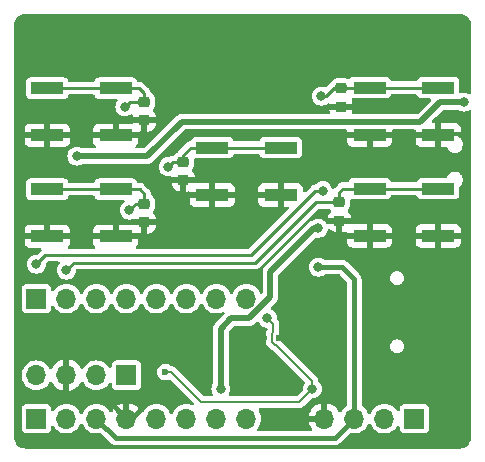
<source format=gbr>
%TF.GenerationSoftware,KiCad,Pcbnew,7.0.9*%
%TF.CreationDate,2024-01-07T17:51:15+01:00*%
%TF.ProjectId,K24LM1MA_veml7700_lightmeter,4b32344c-4d31-44d4-915f-76656d6c3737,rev?*%
%TF.SameCoordinates,Original*%
%TF.FileFunction,Copper,L1,Top*%
%TF.FilePolarity,Positive*%
%FSLAX46Y46*%
G04 Gerber Fmt 4.6, Leading zero omitted, Abs format (unit mm)*
G04 Created by KiCad (PCBNEW 7.0.9) date 2024-01-07 17:51:15*
%MOMM*%
%LPD*%
G01*
G04 APERTURE LIST*
G04 Aperture macros list*
%AMRoundRect*
0 Rectangle with rounded corners*
0 $1 Rounding radius*
0 $2 $3 $4 $5 $6 $7 $8 $9 X,Y pos of 4 corners*
0 Add a 4 corners polygon primitive as box body*
4,1,4,$2,$3,$4,$5,$6,$7,$8,$9,$2,$3,0*
0 Add four circle primitives for the rounded corners*
1,1,$1+$1,$2,$3*
1,1,$1+$1,$4,$5*
1,1,$1+$1,$6,$7*
1,1,$1+$1,$8,$9*
0 Add four rect primitives between the rounded corners*
20,1,$1+$1,$2,$3,$4,$5,0*
20,1,$1+$1,$4,$5,$6,$7,0*
20,1,$1+$1,$6,$7,$8,$9,0*
20,1,$1+$1,$8,$9,$2,$3,0*%
G04 Aperture macros list end*
%TA.AperFunction,SMDPad,CuDef*%
%ADD10RoundRect,0.225000X-0.250000X0.225000X-0.250000X-0.225000X0.250000X-0.225000X0.250000X0.225000X0*%
%TD*%
%TA.AperFunction,ComponentPad*%
%ADD11R,1.700000X1.700000*%
%TD*%
%TA.AperFunction,ComponentPad*%
%ADD12O,1.700000X1.700000*%
%TD*%
%TA.AperFunction,SMDPad,CuDef*%
%ADD13R,2.800000X1.000000*%
%TD*%
%TA.AperFunction,ViaPad*%
%ADD14C,0.600000*%
%TD*%
%TA.AperFunction,ViaPad*%
%ADD15C,0.800000*%
%TD*%
%TA.AperFunction,Conductor*%
%ADD16C,0.400000*%
%TD*%
%TA.AperFunction,Conductor*%
%ADD17C,0.250000*%
%TD*%
%TA.AperFunction,Conductor*%
%ADD18C,0.500000*%
%TD*%
%TA.AperFunction,Conductor*%
%ADD19C,0.300000*%
%TD*%
%TA.AperFunction,Conductor*%
%ADD20C,0.200000*%
%TD*%
G04 APERTURE END LIST*
D10*
%TO.P,C1,1*%
%TO.N,S_TP*%
X147701000Y-109207000D03*
%TO.P,C1,2*%
%TO.N,GND*%
X147701000Y-110757000D03*
%TD*%
D11*
%TO.P,J4,1,Pin_1*%
%TO.N,SDA*%
X129540000Y-133477000D03*
D12*
%TO.P,J4,2,Pin_2*%
%TO.N,SCL*%
X127000000Y-133477000D03*
%TO.P,J4,3,Pin_3*%
%TO.N,GND*%
X124460000Y-133477000D03*
%TO.P,J4,4,Pin_4*%
%TO.N,+3V0*%
X121920000Y-133477000D03*
%TD*%
D11*
%TO.P,J1,1,Pin_1*%
%TO.N,S_TP*%
X121920000Y-127000000D03*
D12*
%TO.P,J1,2,Pin_2*%
%TO.N,S_TN*%
X124460000Y-127000000D03*
%TO.P,J1,3,Pin_3*%
%TO.N,S_IP*%
X127000000Y-127000000D03*
%TO.P,J1,4,Pin_4*%
%TO.N,S_IN*%
X129540000Y-127000000D03*
%TO.P,J1,5,Pin_5*%
%TO.N,S_M*%
X132080000Y-127000000D03*
%TO.P,J1,6,Pin_6*%
%TO.N,unconnected-(J1-Pin_6-Pad6)*%
X134620000Y-127000000D03*
%TO.P,J1,7,Pin_7*%
%TO.N,unconnected-(J1-Pin_7-Pad7)*%
X137160000Y-127000000D03*
%TO.P,J1,8,Pin_8*%
%TO.N,unconnected-(J1-Pin_8-Pad8)*%
X139700000Y-127000000D03*
%TD*%
D11*
%TO.P,J3,1,Pin_1*%
%TO.N,SDA*%
X153924000Y-137160000D03*
D12*
%TO.P,J3,2,Pin_2*%
%TO.N,SCL*%
X151384000Y-137160000D03*
%TO.P,J3,3,Pin_3*%
%TO.N,+3V0*%
X148844000Y-137160000D03*
%TO.P,J3,4,Pin_4*%
%TO.N,GND*%
X146304000Y-137160000D03*
%TD*%
D11*
%TO.P,J2,1,Pin_1*%
%TO.N,unconnected-(J2-Pin_1-Pad1)*%
X121920000Y-137160000D03*
D12*
%TO.P,J2,2,Pin_2*%
%TO.N,INT*%
X124460000Y-137160000D03*
%TO.P,J2,3,Pin_3*%
%TO.N,+3V0*%
X127000000Y-137160000D03*
%TO.P,J2,4,Pin_4*%
%TO.N,GND*%
X129540000Y-137160000D03*
%TO.P,J2,5,Pin_5*%
%TO.N,SCL*%
X132080000Y-137160000D03*
%TO.P,J2,6,Pin_6*%
%TO.N,SDA*%
X134620000Y-137160000D03*
%TO.P,J2,7,Pin_7*%
%TO.N,unconnected-(J2-Pin_7-Pad7)*%
X137160000Y-137160000D03*
%TO.P,J2,8,Pin_8*%
%TO.N,unconnected-(J2-Pin_8-Pad8)*%
X139700000Y-137160000D03*
%TD*%
D13*
%TO.P,SW2,1,1*%
%TO.N,S_TN*%
X150135000Y-117675000D03*
X155935000Y-117675000D03*
%TO.P,SW2,2,2*%
%TO.N,GND*%
X150135000Y-121675000D03*
X155935000Y-121675000D03*
%TD*%
D10*
%TO.P,C5,1*%
%TO.N,S_M*%
X134366000Y-115430000D03*
%TO.P,C5,2*%
%TO.N,GND*%
X134366000Y-116980000D03*
%TD*%
%TO.P,C4,1*%
%TO.N,S_IN*%
X131064000Y-118986000D03*
%TO.P,C4,2*%
%TO.N,GND*%
X131064000Y-120536000D03*
%TD*%
%TO.P,C3,1*%
%TO.N,S_IP*%
X131064000Y-110350000D03*
%TO.P,C3,2*%
%TO.N,GND*%
X131064000Y-111900000D03*
%TD*%
D13*
%TO.P,SW5,1,1*%
%TO.N,S_M*%
X136800000Y-114205000D03*
X142600000Y-114205000D03*
%TO.P,SW5,2,2*%
%TO.N,GND*%
X136800000Y-118205000D03*
X142600000Y-118205000D03*
%TD*%
%TO.P,SW1,1,1*%
%TO.N,S_TP*%
X150135000Y-109125000D03*
X155935000Y-109125000D03*
%TO.P,SW1,2,2*%
%TO.N,GND*%
X150135000Y-113125000D03*
X155935000Y-113125000D03*
%TD*%
%TO.P,SW4,1,1*%
%TO.N,S_IN*%
X122830000Y-117725000D03*
X128630000Y-117725000D03*
%TO.P,SW4,2,2*%
%TO.N,GND*%
X122830000Y-121725000D03*
X128630000Y-121725000D03*
%TD*%
%TO.P,SW3,1,1*%
%TO.N,S_IP*%
X122830000Y-109175000D03*
X128630000Y-109175000D03*
%TO.P,SW3,2,2*%
%TO.N,GND*%
X122830000Y-113175000D03*
X128630000Y-113175000D03*
%TD*%
D10*
%TO.P,C2,1*%
%TO.N,S_TN*%
X147574000Y-118859000D03*
%TO.P,C2,2*%
%TO.N,GND*%
X147574000Y-120409000D03*
%TD*%
D14*
%TO.N,GND*%
X135763000Y-129032000D03*
X132715000Y-129159000D03*
D15*
%TO.N,+BATT*%
X145796000Y-121031000D03*
X137541000Y-134620000D03*
%TO.N,GND1*%
X158115000Y-110363000D03*
X125349000Y-114935000D03*
%TO.N,S_TP*%
X146050000Y-109855000D03*
X146177000Y-117856000D03*
X121920000Y-124079000D03*
D14*
%TO.N,GND*%
X130810000Y-125095000D03*
X145923000Y-122174000D03*
X139573000Y-116205000D03*
X146558000Y-134239000D03*
X145923000Y-104521000D03*
X157353000Y-128778000D03*
X139827000Y-121412000D03*
X147955000Y-115443000D03*
X131064000Y-121920000D03*
X141859000Y-119761000D03*
X141224000Y-130302000D03*
X128651000Y-116205000D03*
X153797000Y-135128000D03*
X153543000Y-110998000D03*
X125222000Y-121793000D03*
X156972000Y-137160000D03*
X123063000Y-125222000D03*
X125730000Y-125349000D03*
X144907000Y-126238000D03*
X130937000Y-116332000D03*
X137541000Y-110363000D03*
X121793000Y-104521000D03*
X141224000Y-132207000D03*
X146812000Y-107823000D03*
X145034000Y-128143000D03*
X154432000Y-114808000D03*
X121920000Y-119507000D03*
X144780000Y-116840000D03*
X152146000Y-110871000D03*
X125603000Y-111125000D03*
X144907000Y-113284000D03*
X146050000Y-119888000D03*
X150749000Y-106934000D03*
X131318000Y-131318000D03*
X157734000Y-115443000D03*
X133477000Y-125222000D03*
X153162000Y-120904000D03*
X120777000Y-129032000D03*
X133223000Y-121793000D03*
X157480000Y-125476000D03*
X147701000Y-122047000D03*
X140589000Y-125222000D03*
X133477000Y-108585000D03*
X143002000Y-137160000D03*
X136525000Y-121412000D03*
X141732000Y-108839000D03*
X152527000Y-116332000D03*
X125476000Y-116459000D03*
X130302000Y-135636000D03*
X136398000Y-133477000D03*
X146558000Y-126492000D03*
X151638000Y-120015000D03*
X128270000Y-119507000D03*
X137414000Y-125095000D03*
X142494000Y-130302000D03*
X134366000Y-118237000D03*
X121666000Y-110744000D03*
X134620000Y-113284000D03*
X149860000Y-125730000D03*
X142367000Y-132207000D03*
X125603000Y-132080000D03*
X139700000Y-113157000D03*
X149987000Y-128016000D03*
X127762000Y-105537000D03*
X142748000Y-128524000D03*
X134239000Y-135509000D03*
X136779000Y-105283000D03*
X128397000Y-125095000D03*
D15*
%TO.N,S_TN*%
X124460000Y-124587000D03*
%TO.N,S_IP*%
X129413000Y-110744000D03*
%TO.N,S_IN*%
X129794000Y-119507000D03*
%TO.N,S_M*%
X133096000Y-115824000D03*
D14*
%TO.N,+5V*%
X132842000Y-133223000D03*
D15*
X145288000Y-134620000D03*
X141478000Y-128651000D03*
%TO.N,+3V0*%
X145796000Y-124333000D03*
%TD*%
D16*
%TO.N,GND*%
X128143000Y-135763000D02*
X128143000Y-135255000D01*
X129540000Y-137160000D02*
X128143000Y-135763000D01*
X130683000Y-136017000D02*
X130302000Y-135636000D01*
X130683000Y-136398000D02*
X130683000Y-136017000D01*
X129921000Y-137160000D02*
X130683000Y-136398000D01*
X129540000Y-137160000D02*
X129921000Y-137160000D01*
D17*
%TO.N,S_TP*%
X147079000Y-109207000D02*
X147701000Y-109207000D01*
X146431000Y-109855000D02*
X147079000Y-109207000D01*
X146050000Y-109855000D02*
X146431000Y-109855000D01*
D18*
%TO.N,+BATT*%
X141732000Y-126873000D02*
X139954000Y-128651000D01*
X145415000Y-121031000D02*
X141732000Y-124714000D01*
X138430000Y-128651000D02*
X137541000Y-129540000D01*
X141732000Y-124714000D02*
X141732000Y-126873000D01*
X137541000Y-129540000D02*
X137541000Y-134620000D01*
X139954000Y-128651000D02*
X138430000Y-128651000D01*
X145796000Y-121031000D02*
X145415000Y-121031000D01*
%TO.N,GND1*%
X158115000Y-110363000D02*
X156083000Y-110363000D01*
X156083000Y-110363000D02*
X154432000Y-112014000D01*
X154432000Y-112014000D02*
X134239000Y-112014000D01*
X134239000Y-112014000D02*
X131318000Y-114935000D01*
X131318000Y-114935000D02*
X125349000Y-114935000D01*
D17*
%TO.N,S_TP*%
X146177000Y-117856000D02*
X145542000Y-117856000D01*
X147968000Y-109207000D02*
X147701000Y-109207000D01*
X140081000Y-123317000D02*
X125857000Y-123317000D01*
X148050000Y-109125000D02*
X147968000Y-109207000D01*
X122682000Y-123317000D02*
X121920000Y-124079000D01*
X155935000Y-109125000D02*
X150135000Y-109125000D01*
X125857000Y-123317000D02*
X122682000Y-123317000D01*
X150135000Y-109125000D02*
X148050000Y-109125000D01*
X144653000Y-118745000D02*
X140081000Y-123317000D01*
X145542000Y-117856000D02*
X144653000Y-118745000D01*
D19*
%TO.N,GND*%
X144907000Y-126238000D02*
X144907000Y-126746000D01*
X144907000Y-126746000D02*
X145034000Y-126873000D01*
D17*
%TO.N,S_TN*%
X130048000Y-123952000D02*
X125095000Y-123952000D01*
X150135000Y-117675000D02*
X147882000Y-117675000D01*
X125095000Y-123952000D02*
X124460000Y-124587000D01*
X143891000Y-120523000D02*
X140462000Y-123952000D01*
X150135000Y-117675000D02*
X155935000Y-117675000D01*
X147574000Y-118859000D02*
X145555000Y-118859000D01*
X147882000Y-117675000D02*
X147574000Y-117983000D01*
X145555000Y-118859000D02*
X143891000Y-120523000D01*
X147574000Y-117983000D02*
X147574000Y-118859000D01*
X140462000Y-123952000D02*
X130048000Y-123952000D01*
%TO.N,S_IP*%
X128630000Y-109175000D02*
X130638000Y-109175000D01*
X131064000Y-109601000D02*
X131064000Y-110350000D01*
X131064000Y-110350000D02*
X129807000Y-110350000D01*
X130638000Y-109175000D02*
X131064000Y-109601000D01*
X129807000Y-110350000D02*
X129413000Y-110744000D01*
X122830000Y-109175000D02*
X128630000Y-109175000D01*
%TO.N,S_IN*%
X131064000Y-118986000D02*
X130315000Y-118986000D01*
X130315000Y-118986000D02*
X129794000Y-119507000D01*
X128630000Y-117725000D02*
X130679000Y-117725000D01*
X122830000Y-117725000D02*
X128630000Y-117725000D01*
X131064000Y-118110000D02*
X131064000Y-118986000D01*
X130679000Y-117725000D02*
X131064000Y-118110000D01*
%TO.N,S_M*%
X136800000Y-114205000D02*
X134969000Y-114205000D01*
X134366000Y-114808000D02*
X134366000Y-115430000D01*
X136800000Y-114205000D02*
X142600000Y-114205000D01*
X133490000Y-115430000D02*
X133096000Y-115824000D01*
X134366000Y-115430000D02*
X133490000Y-115430000D01*
X134969000Y-114205000D02*
X134366000Y-114808000D01*
D20*
%TO.N,+5V*%
X135890000Y-135763000D02*
X133731000Y-133604000D01*
X141859000Y-130642529D02*
X142118471Y-130902000D01*
X142118471Y-130902000D02*
X142205000Y-130902000D01*
X141859000Y-129961471D02*
X141859000Y-130642529D01*
X133731000Y-133604000D02*
X133350000Y-133223000D01*
X133350000Y-133223000D02*
X132842000Y-133223000D01*
X141986000Y-129159000D02*
X141986000Y-129834471D01*
X141478000Y-128651000D02*
X141986000Y-129159000D01*
X142113000Y-135763000D02*
X135890000Y-135763000D01*
X144145000Y-135763000D02*
X142113000Y-135763000D01*
X145288000Y-134620000D02*
X144145000Y-135763000D01*
X142205000Y-130902000D02*
X145288000Y-133985000D01*
X141986000Y-129834471D02*
X141859000Y-129961471D01*
X145288000Y-133985000D02*
X145288000Y-134620000D01*
D16*
%TO.N,+3V0*%
X147193000Y-138811000D02*
X148844000Y-137160000D01*
X128651000Y-138811000D02*
X147193000Y-138811000D01*
X148082000Y-124587000D02*
X147828000Y-124333000D01*
X148844000Y-125349000D02*
X148082000Y-124587000D01*
X147828000Y-124333000D02*
X145796000Y-124333000D01*
X148844000Y-137160000D02*
X148844000Y-125349000D01*
X127000000Y-137160000D02*
X128651000Y-138811000D01*
%TD*%
%TA.AperFunction,Conductor*%
%TO.N,GND*%
G36*
X140685609Y-128941849D02*
G01*
X140741542Y-128983721D01*
X140748259Y-128994780D01*
X140748506Y-128994626D01*
X140829295Y-129123200D01*
X140848184Y-129153262D01*
X140975738Y-129280816D01*
X141128478Y-129376789D01*
X141225590Y-129410770D01*
X141298745Y-129436368D01*
X141298749Y-129436369D01*
X141375383Y-129445003D01*
X141439797Y-129472069D01*
X141479352Y-129529663D01*
X141485500Y-129568223D01*
X141485500Y-129581979D01*
X141465815Y-129649018D01*
X141455214Y-129663180D01*
X141433624Y-129688096D01*
X141433617Y-129688107D01*
X141431615Y-129692491D01*
X141418100Y-129715270D01*
X141415206Y-129719135D01*
X141415200Y-129719146D01*
X141397078Y-129767735D01*
X141395385Y-129771824D01*
X141373835Y-129819014D01*
X141373833Y-129819021D01*
X141373146Y-129823798D01*
X141366598Y-129849457D01*
X141364910Y-129853984D01*
X141364909Y-129853988D01*
X141361207Y-129905731D01*
X141360734Y-129910127D01*
X141358500Y-129925670D01*
X141358500Y-129941375D01*
X141358342Y-129945800D01*
X141354641Y-129997540D01*
X141354641Y-129997544D01*
X141355666Y-130002256D01*
X141358500Y-130028614D01*
X141358500Y-130575387D01*
X141355667Y-130601735D01*
X141354641Y-130606456D01*
X141354641Y-130606458D01*
X141354641Y-130606459D01*
X141358342Y-130658198D01*
X141358500Y-130662623D01*
X141358500Y-130678328D01*
X141360734Y-130693872D01*
X141361207Y-130698269D01*
X141364909Y-130750014D01*
X141366593Y-130754529D01*
X141373148Y-130780211D01*
X141373834Y-130784984D01*
X141373835Y-130784986D01*
X141395383Y-130832171D01*
X141397071Y-130836245D01*
X141415203Y-130884858D01*
X141418096Y-130888723D01*
X141431617Y-130911512D01*
X141433619Y-130915896D01*
X141433622Y-130915900D01*
X141433623Y-130915902D01*
X141467598Y-130955112D01*
X141470362Y-130958542D01*
X141479775Y-130971117D01*
X141479782Y-130971125D01*
X141490886Y-130982229D01*
X141493896Y-130985461D01*
X141521810Y-131017676D01*
X141527871Y-131024671D01*
X141527874Y-131024674D01*
X141531928Y-131027279D01*
X141552571Y-131043914D01*
X141717085Y-131208428D01*
X141733717Y-131229066D01*
X141736325Y-131233125D01*
X141736329Y-131233129D01*
X141775526Y-131267093D01*
X141778767Y-131270110D01*
X141789867Y-131281211D01*
X141789872Y-131281215D01*
X141789877Y-131281220D01*
X141802450Y-131290631D01*
X141805890Y-131293402D01*
X141845098Y-131327377D01*
X141849483Y-131329379D01*
X141872284Y-131342908D01*
X141876140Y-131345795D01*
X141919682Y-131362035D01*
X141924740Y-131363922D01*
X141928827Y-131365615D01*
X141967330Y-131383199D01*
X142003497Y-131408311D01*
X144609383Y-134014197D01*
X144642868Y-134075520D01*
X144637884Y-134145212D01*
X144626696Y-134167850D01*
X144562211Y-134270476D01*
X144502631Y-134440745D01*
X144502630Y-134440750D01*
X144482435Y-134619996D01*
X144482435Y-134620003D01*
X144485647Y-134648512D01*
X144473592Y-134717334D01*
X144450108Y-134750076D01*
X143974005Y-135226181D01*
X143912682Y-135259666D01*
X143886324Y-135262500D01*
X138307060Y-135262500D01*
X138240021Y-135242815D01*
X138194266Y-135190011D01*
X138184322Y-135120853D01*
X138202066Y-135072528D01*
X138266788Y-134969523D01*
X138266789Y-134969522D01*
X138326368Y-134799255D01*
X138331869Y-134750433D01*
X138346565Y-134620003D01*
X138346565Y-134619996D01*
X138326369Y-134440750D01*
X138326366Y-134440737D01*
X138266790Y-134270481D01*
X138266789Y-134270478D01*
X138245008Y-134235814D01*
X138210506Y-134180903D01*
X138191500Y-134114931D01*
X138191500Y-129860808D01*
X138211185Y-129793769D01*
X138227819Y-129773127D01*
X138663127Y-129337819D01*
X138724450Y-129304334D01*
X138750808Y-129301500D01*
X139868495Y-129301500D01*
X139884505Y-129303267D01*
X139884528Y-129303026D01*
X139892289Y-129303758D01*
X139892296Y-129303760D01*
X139964203Y-129301500D01*
X139994925Y-129301500D01*
X140002190Y-129300581D01*
X140008016Y-129300122D01*
X140056569Y-129298597D01*
X140076956Y-129292673D01*
X140095996Y-129288731D01*
X140117058Y-129286071D01*
X140162235Y-129268183D01*
X140167735Y-129266300D01*
X140214398Y-129252744D01*
X140232665Y-129241939D01*
X140250136Y-129233380D01*
X140269871Y-129225568D01*
X140309177Y-129197010D01*
X140314043Y-129193813D01*
X140355865Y-129169081D01*
X140370870Y-129154075D01*
X140385668Y-129141436D01*
X140389138Y-129138915D01*
X140402837Y-129128963D01*
X140433809Y-129091522D01*
X140437723Y-129087221D01*
X140554596Y-128970348D01*
X140615917Y-128936865D01*
X140685609Y-128941849D01*
G37*
%TD.AperFunction*%
%TA.AperFunction,Conductor*%
G36*
X157758109Y-102870799D02*
G01*
X157811977Y-102876104D01*
X157932941Y-102888018D01*
X157956769Y-102892757D01*
X158121001Y-102942576D01*
X158143453Y-102951877D01*
X158294798Y-103032772D01*
X158315010Y-103046277D01*
X158447666Y-103155145D01*
X158464854Y-103172333D01*
X158573722Y-103304989D01*
X158587227Y-103325201D01*
X158668121Y-103476543D01*
X158677424Y-103499001D01*
X158727240Y-103663224D01*
X158731982Y-103687064D01*
X158749201Y-103861890D01*
X158749500Y-103867971D01*
X158749500Y-109591913D01*
X158729815Y-109658952D01*
X158677011Y-109704707D01*
X158607853Y-109714651D01*
X158559528Y-109696907D01*
X158464523Y-109637211D01*
X158294254Y-109577631D01*
X158294249Y-109577630D01*
X158115004Y-109557435D01*
X158114996Y-109557435D01*
X157935750Y-109577630D01*
X157935735Y-109577634D01*
X157900451Y-109589980D01*
X157830673Y-109593541D01*
X157770046Y-109558811D01*
X157737820Y-109496817D01*
X157735499Y-109472938D01*
X157735499Y-108593482D01*
X157735499Y-108593481D01*
X157720646Y-108499696D01*
X157663050Y-108386658D01*
X157663046Y-108386654D01*
X157663045Y-108386652D01*
X157573347Y-108296954D01*
X157573344Y-108296952D01*
X157573342Y-108296950D01*
X157496517Y-108257805D01*
X157460301Y-108239352D01*
X157366524Y-108224500D01*
X154503482Y-108224500D01*
X154422519Y-108237323D01*
X154409696Y-108239354D01*
X154296658Y-108296950D01*
X154296657Y-108296951D01*
X154296652Y-108296954D01*
X154206954Y-108386652D01*
X154206951Y-108386657D01*
X154149352Y-108499698D01*
X154146337Y-108508980D01*
X154143825Y-108508163D01*
X154120180Y-108558037D01*
X154060866Y-108594966D01*
X154027640Y-108599500D01*
X152042360Y-108599500D01*
X151975321Y-108579815D01*
X151929566Y-108527011D01*
X151924088Y-108508842D01*
X151923663Y-108508981D01*
X151920647Y-108499699D01*
X151920646Y-108499697D01*
X151920646Y-108499696D01*
X151863050Y-108386658D01*
X151863046Y-108386654D01*
X151863045Y-108386652D01*
X151773347Y-108296954D01*
X151773344Y-108296952D01*
X151773342Y-108296950D01*
X151696517Y-108257805D01*
X151660301Y-108239352D01*
X151566524Y-108224500D01*
X148703482Y-108224500D01*
X148622519Y-108237323D01*
X148609696Y-108239354D01*
X148496658Y-108296950D01*
X148496657Y-108296951D01*
X148496652Y-108296954D01*
X148406949Y-108386657D01*
X148402990Y-108392107D01*
X148347659Y-108434771D01*
X148278046Y-108440749D01*
X148239554Y-108425952D01*
X148201388Y-108403381D01*
X148201385Y-108403380D01*
X148049633Y-108359292D01*
X148049620Y-108359290D01*
X148014165Y-108356500D01*
X148014163Y-108356500D01*
X147387838Y-108356501D01*
X147352372Y-108359291D01*
X147200614Y-108403380D01*
X147200609Y-108403382D01*
X147064583Y-108483827D01*
X147064574Y-108483834D01*
X146952834Y-108595574D01*
X146952830Y-108595580D01*
X146923681Y-108644869D01*
X146899345Y-108686018D01*
X146853367Y-108730993D01*
X146847685Y-108734186D01*
X146842007Y-108737006D01*
X146803392Y-108753779D01*
X146790467Y-108764294D01*
X146773002Y-108776180D01*
X146758491Y-108784340D01*
X146728716Y-108814114D01*
X146724002Y-108818368D01*
X146691336Y-108844944D01*
X146691335Y-108844944D01*
X146681728Y-108858554D01*
X146668109Y-108874720D01*
X146465058Y-109077771D01*
X146403735Y-109111256D01*
X146336422Y-109107131D01*
X146229262Y-109069633D01*
X146229249Y-109069630D01*
X146050004Y-109049435D01*
X146049996Y-109049435D01*
X145870750Y-109069630D01*
X145870745Y-109069631D01*
X145700476Y-109129211D01*
X145547737Y-109225184D01*
X145420184Y-109352737D01*
X145324211Y-109505476D01*
X145264631Y-109675745D01*
X145264630Y-109675750D01*
X145244435Y-109854996D01*
X145244435Y-109855003D01*
X145264630Y-110034249D01*
X145264631Y-110034254D01*
X145324211Y-110204523D01*
X145370165Y-110277658D01*
X145420184Y-110357262D01*
X145547738Y-110484816D01*
X145700478Y-110580789D01*
X145864449Y-110638165D01*
X145870745Y-110640368D01*
X145870750Y-110640369D01*
X146049996Y-110660565D01*
X146050000Y-110660565D01*
X146050004Y-110660565D01*
X146229249Y-110640369D01*
X146229252Y-110640368D01*
X146229255Y-110640368D01*
X146399522Y-110580789D01*
X146552262Y-110484816D01*
X146552262Y-110484815D01*
X146558158Y-110481111D01*
X146559261Y-110482867D01*
X146614595Y-110460262D01*
X146683293Y-110473000D01*
X146714933Y-110495933D01*
X146726000Y-110507000D01*
X148675999Y-110507000D01*
X148675999Y-110483692D01*
X148675998Y-110483677D01*
X148665855Y-110384392D01*
X148612547Y-110223518D01*
X148612543Y-110223511D01*
X148607044Y-110214594D01*
X148588605Y-110147201D01*
X148609529Y-110080538D01*
X148663172Y-110035769D01*
X148712579Y-110025499D01*
X151566518Y-110025499D01*
X151660304Y-110010646D01*
X151773342Y-109953050D01*
X151863050Y-109863342D01*
X151920646Y-109750304D01*
X151920646Y-109750302D01*
X151920647Y-109750301D01*
X151923663Y-109741020D01*
X151926174Y-109741836D01*
X151949820Y-109691963D01*
X152009134Y-109655034D01*
X152042360Y-109650500D01*
X154027640Y-109650500D01*
X154094679Y-109670185D01*
X154140434Y-109722989D01*
X154145911Y-109741157D01*
X154146337Y-109741019D01*
X154149352Y-109750300D01*
X154149353Y-109750303D01*
X154149354Y-109750304D01*
X154206950Y-109863342D01*
X154206952Y-109863344D01*
X154206954Y-109863347D01*
X154296652Y-109953045D01*
X154296654Y-109953046D01*
X154296658Y-109953050D01*
X154394788Y-110003050D01*
X154409698Y-110010647D01*
X154503475Y-110025499D01*
X154503481Y-110025500D01*
X155201192Y-110025499D01*
X155268230Y-110045183D01*
X155313985Y-110097987D01*
X155323929Y-110167146D01*
X155294904Y-110230702D01*
X155288872Y-110237180D01*
X154198873Y-111327181D01*
X154137550Y-111360666D01*
X154111192Y-111363500D01*
X148760072Y-111363500D01*
X148693033Y-111343815D01*
X148647278Y-111291011D01*
X148637334Y-111221853D01*
X148642366Y-111200497D01*
X148665855Y-111129608D01*
X148675999Y-111030322D01*
X148676000Y-111030309D01*
X148676000Y-111007000D01*
X146726001Y-111007000D01*
X146726001Y-111030322D01*
X146736144Y-111129608D01*
X146759634Y-111200497D01*
X146762036Y-111270325D01*
X146726304Y-111330367D01*
X146663783Y-111361559D01*
X146641928Y-111363500D01*
X134324506Y-111363500D01*
X134308495Y-111361732D01*
X134308473Y-111361974D01*
X134300706Y-111361239D01*
X134228783Y-111363500D01*
X134198075Y-111363500D01*
X134198071Y-111363500D01*
X134198060Y-111363501D01*
X134190804Y-111364417D01*
X134184986Y-111364875D01*
X134136432Y-111366401D01*
X134136431Y-111366401D01*
X134116041Y-111372325D01*
X134096996Y-111376269D01*
X134075942Y-111378929D01*
X134030774Y-111396811D01*
X134025248Y-111398703D01*
X133978602Y-111412255D01*
X133978595Y-111412258D01*
X133960329Y-111423061D01*
X133942861Y-111431619D01*
X133923128Y-111439432D01*
X133883830Y-111467983D01*
X133878953Y-111471186D01*
X133865281Y-111479272D01*
X133837132Y-111495920D01*
X133822126Y-111510926D01*
X133807336Y-111523558D01*
X133790167Y-111536032D01*
X133790165Y-111536034D01*
X133759194Y-111573470D01*
X133755261Y-111577791D01*
X132408054Y-112925000D01*
X131084873Y-114248181D01*
X131023550Y-114281666D01*
X130997192Y-114284500D01*
X130422702Y-114284500D01*
X130355663Y-114264815D01*
X130309908Y-114212011D01*
X130299964Y-114142853D01*
X130328989Y-114079297D01*
X130348390Y-114061234D01*
X130387190Y-114032187D01*
X130473350Y-113917093D01*
X130473354Y-113917086D01*
X130523596Y-113782379D01*
X130523598Y-113782372D01*
X130529999Y-113722844D01*
X130530000Y-113722827D01*
X130530000Y-113425000D01*
X126730000Y-113425000D01*
X126730000Y-113722844D01*
X126736401Y-113782372D01*
X126736403Y-113782379D01*
X126786645Y-113917086D01*
X126786649Y-113917093D01*
X126872809Y-114032187D01*
X126911610Y-114061234D01*
X126953480Y-114117168D01*
X126958464Y-114186860D01*
X126924978Y-114248182D01*
X126863655Y-114281667D01*
X126837298Y-114284500D01*
X125854068Y-114284500D01*
X125788096Y-114265494D01*
X125698522Y-114209210D01*
X125698518Y-114209209D01*
X125528262Y-114149633D01*
X125528249Y-114149630D01*
X125349004Y-114129435D01*
X125348996Y-114129435D01*
X125169750Y-114149630D01*
X125169745Y-114149631D01*
X124999476Y-114209211D01*
X124846737Y-114305184D01*
X124719184Y-114432737D01*
X124623211Y-114585476D01*
X124563631Y-114755745D01*
X124563630Y-114755750D01*
X124543435Y-114934996D01*
X124543435Y-114935003D01*
X124563630Y-115114249D01*
X124563631Y-115114254D01*
X124623211Y-115284523D01*
X124680397Y-115375533D01*
X124719184Y-115437262D01*
X124846738Y-115564816D01*
X124999478Y-115660789D01*
X125163449Y-115718165D01*
X125169745Y-115720368D01*
X125169750Y-115720369D01*
X125348996Y-115740565D01*
X125349000Y-115740565D01*
X125349004Y-115740565D01*
X125528249Y-115720369D01*
X125528251Y-115720368D01*
X125528255Y-115720368D01*
X125528258Y-115720366D01*
X125528262Y-115720366D01*
X125618377Y-115688832D01*
X125698522Y-115660789D01*
X125788096Y-115604505D01*
X125854068Y-115585500D01*
X131232495Y-115585500D01*
X131248505Y-115587267D01*
X131248528Y-115587026D01*
X131256289Y-115587758D01*
X131256296Y-115587760D01*
X131328203Y-115585500D01*
X131358925Y-115585500D01*
X131366190Y-115584581D01*
X131372016Y-115584122D01*
X131420569Y-115582597D01*
X131440956Y-115576673D01*
X131459996Y-115572731D01*
X131481058Y-115570071D01*
X131526235Y-115552183D01*
X131531735Y-115550300D01*
X131578398Y-115536744D01*
X131596665Y-115525939D01*
X131614136Y-115517380D01*
X131633871Y-115509568D01*
X131673177Y-115481010D01*
X131678043Y-115477813D01*
X131719865Y-115453081D01*
X131734870Y-115438075D01*
X131749668Y-115425436D01*
X131766837Y-115412963D01*
X131797809Y-115375522D01*
X131801713Y-115371231D01*
X134472126Y-112700819D01*
X134533449Y-112667334D01*
X134559807Y-112664500D01*
X148111000Y-112664500D01*
X148178039Y-112684185D01*
X148223794Y-112736989D01*
X148235000Y-112788500D01*
X148235000Y-112875000D01*
X152035000Y-112875000D01*
X152035000Y-112788500D01*
X152054685Y-112721461D01*
X152107489Y-112675706D01*
X152159000Y-112664500D01*
X153911000Y-112664500D01*
X153978039Y-112684185D01*
X154023794Y-112736989D01*
X154035000Y-112788500D01*
X154035000Y-112875000D01*
X155685000Y-112875000D01*
X155685000Y-112125000D01*
X156185000Y-112125000D01*
X156185000Y-112875000D01*
X157835000Y-112875000D01*
X157835000Y-112577172D01*
X157834999Y-112577155D01*
X157828598Y-112517627D01*
X157828596Y-112517620D01*
X157778354Y-112382913D01*
X157778350Y-112382906D01*
X157692190Y-112267812D01*
X157692187Y-112267809D01*
X157577093Y-112181649D01*
X157577086Y-112181645D01*
X157442379Y-112131403D01*
X157442372Y-112131401D01*
X157382844Y-112125000D01*
X156185000Y-112125000D01*
X155685000Y-112125000D01*
X155540307Y-112125000D01*
X155473268Y-112105315D01*
X155427513Y-112052511D01*
X155417569Y-111983353D01*
X155446594Y-111919797D01*
X155452626Y-111913319D01*
X155715946Y-111650000D01*
X156316127Y-111049819D01*
X156377450Y-111016334D01*
X156403808Y-111013500D01*
X157609932Y-111013500D01*
X157675904Y-111032506D01*
X157765477Y-111088789D01*
X157765481Y-111088790D01*
X157935737Y-111148366D01*
X157935743Y-111148367D01*
X157935745Y-111148368D01*
X157935746Y-111148368D01*
X157935750Y-111148369D01*
X158114996Y-111168565D01*
X158115000Y-111168565D01*
X158115004Y-111168565D01*
X158294249Y-111148369D01*
X158294252Y-111148368D01*
X158294255Y-111148368D01*
X158464522Y-111088789D01*
X158489380Y-111073170D01*
X158526542Y-111049819D01*
X158559527Y-111029092D01*
X158626764Y-111010092D01*
X158693599Y-111030459D01*
X158738814Y-111083727D01*
X158749500Y-111134086D01*
X158749500Y-138702027D01*
X158749201Y-138708108D01*
X158731982Y-138882934D01*
X158727240Y-138906775D01*
X158677424Y-139070998D01*
X158668121Y-139093456D01*
X158587227Y-139244798D01*
X158573722Y-139265010D01*
X158464854Y-139397666D01*
X158447666Y-139414854D01*
X158315010Y-139523722D01*
X158294798Y-139537227D01*
X158143456Y-139618121D01*
X158120998Y-139627424D01*
X157956775Y-139677240D01*
X157932935Y-139681982D01*
X157758109Y-139699201D01*
X157752028Y-139699500D01*
X121012972Y-139699500D01*
X121006891Y-139699201D01*
X120832065Y-139681982D01*
X120808224Y-139677240D01*
X120644001Y-139627424D01*
X120621543Y-139618121D01*
X120470201Y-139537227D01*
X120449989Y-139523722D01*
X120317333Y-139414854D01*
X120300145Y-139397666D01*
X120191277Y-139265010D01*
X120177772Y-139244798D01*
X120159713Y-139211012D01*
X120096877Y-139093453D01*
X120087575Y-139070998D01*
X120037757Y-138906769D01*
X120033018Y-138882941D01*
X120015799Y-138708108D01*
X120015799Y-138708107D01*
X120015500Y-138702027D01*
X120015500Y-138041517D01*
X120669500Y-138041517D01*
X120673830Y-138068853D01*
X120684354Y-138135304D01*
X120741950Y-138248342D01*
X120741952Y-138248344D01*
X120741954Y-138248347D01*
X120831652Y-138338045D01*
X120831654Y-138338046D01*
X120831658Y-138338050D01*
X120944694Y-138395645D01*
X120944698Y-138395647D01*
X121038475Y-138410499D01*
X121038481Y-138410500D01*
X122801518Y-138410499D01*
X122895304Y-138395646D01*
X123008342Y-138338050D01*
X123098050Y-138248342D01*
X123155646Y-138135304D01*
X123155646Y-138135302D01*
X123155647Y-138135301D01*
X123170499Y-138041524D01*
X123170500Y-138041519D01*
X123170499Y-137891859D01*
X123190183Y-137824823D01*
X123242987Y-137779068D01*
X123312145Y-137769124D01*
X123375701Y-137798149D01*
X123396073Y-137820738D01*
X123498402Y-137966877D01*
X123653123Y-138121598D01*
X123832361Y-138247102D01*
X124030670Y-138339575D01*
X124242023Y-138396207D01*
X124412450Y-138411117D01*
X124459998Y-138415277D01*
X124460000Y-138415277D01*
X124460002Y-138415277D01*
X124488254Y-138412805D01*
X124677977Y-138396207D01*
X124889330Y-138339575D01*
X125087639Y-138247102D01*
X125266877Y-138121598D01*
X125421598Y-137966877D01*
X125547102Y-137787639D01*
X125617618Y-137636414D01*
X125663790Y-137583977D01*
X125730984Y-137564825D01*
X125797865Y-137585041D01*
X125842381Y-137636414D01*
X125912898Y-137787639D01*
X126038402Y-137966877D01*
X126193123Y-138121598D01*
X126372361Y-138247102D01*
X126570670Y-138339575D01*
X126782023Y-138396207D01*
X126952450Y-138411117D01*
X126999998Y-138415277D01*
X127000000Y-138415277D01*
X127000002Y-138415277D01*
X127028254Y-138412805D01*
X127217977Y-138396207D01*
X127282108Y-138379023D01*
X127351957Y-138380686D01*
X127401882Y-138411117D01*
X128195669Y-139204904D01*
X128201020Y-139211005D01*
X128222718Y-139239282D01*
X128348159Y-139335536D01*
X128494236Y-139396043D01*
X128494238Y-139396044D01*
X128650999Y-139416683D01*
X128651000Y-139416683D01*
X128686334Y-139412030D01*
X128694434Y-139411500D01*
X147149572Y-139411500D01*
X147157670Y-139412030D01*
X147193000Y-139416682D01*
X147193001Y-139416682D01*
X147245254Y-139409802D01*
X147349762Y-139396044D01*
X147495841Y-139335536D01*
X147621282Y-139239282D01*
X147642983Y-139210999D01*
X147648311Y-139204922D01*
X148442119Y-138411114D01*
X148503440Y-138377631D01*
X148561891Y-138379022D01*
X148626023Y-138396207D01*
X148813787Y-138412633D01*
X148843998Y-138415277D01*
X148844000Y-138415277D01*
X148844002Y-138415277D01*
X148872254Y-138412805D01*
X149061977Y-138396207D01*
X149273330Y-138339575D01*
X149471639Y-138247102D01*
X149650877Y-138121598D01*
X149805598Y-137966877D01*
X149931102Y-137787639D01*
X150001618Y-137636414D01*
X150047790Y-137583977D01*
X150114984Y-137564825D01*
X150181865Y-137585041D01*
X150226381Y-137636414D01*
X150296898Y-137787639D01*
X150422402Y-137966877D01*
X150577123Y-138121598D01*
X150756361Y-138247102D01*
X150954670Y-138339575D01*
X151166023Y-138396207D01*
X151336450Y-138411117D01*
X151383998Y-138415277D01*
X151384000Y-138415277D01*
X151384002Y-138415277D01*
X151412254Y-138412805D01*
X151601977Y-138396207D01*
X151813330Y-138339575D01*
X152011639Y-138247102D01*
X152190877Y-138121598D01*
X152345598Y-137966877D01*
X152447928Y-137820734D01*
X152502502Y-137777112D01*
X152572000Y-137769918D01*
X152634355Y-137801441D01*
X152669769Y-137861670D01*
X152673500Y-137891859D01*
X152673500Y-138041517D01*
X152677830Y-138068853D01*
X152688354Y-138135304D01*
X152745950Y-138248342D01*
X152745952Y-138248344D01*
X152745954Y-138248347D01*
X152835652Y-138338045D01*
X152835654Y-138338046D01*
X152835658Y-138338050D01*
X152948694Y-138395645D01*
X152948698Y-138395647D01*
X153042475Y-138410499D01*
X153042481Y-138410500D01*
X154805518Y-138410499D01*
X154899304Y-138395646D01*
X155012342Y-138338050D01*
X155102050Y-138248342D01*
X155159646Y-138135304D01*
X155159646Y-138135302D01*
X155159647Y-138135301D01*
X155174499Y-138041524D01*
X155174500Y-138041519D01*
X155174499Y-136278482D01*
X155159646Y-136184696D01*
X155102050Y-136071658D01*
X155102046Y-136071654D01*
X155102045Y-136071652D01*
X155012347Y-135981954D01*
X155012344Y-135981952D01*
X155012342Y-135981950D01*
X154935517Y-135942805D01*
X154899301Y-135924352D01*
X154805524Y-135909500D01*
X153042482Y-135909500D01*
X152961519Y-135922323D01*
X152948696Y-135924354D01*
X152835658Y-135981950D01*
X152835657Y-135981951D01*
X152835652Y-135981954D01*
X152745954Y-136071652D01*
X152745951Y-136071657D01*
X152745950Y-136071658D01*
X152734501Y-136094128D01*
X152688352Y-136184698D01*
X152673500Y-136278475D01*
X152673500Y-136428138D01*
X152653815Y-136495177D01*
X152601011Y-136540932D01*
X152531853Y-136550876D01*
X152468297Y-136521851D01*
X152447925Y-136499261D01*
X152345599Y-136353124D01*
X152269312Y-136276837D01*
X152190877Y-136198402D01*
X152052978Y-136101844D01*
X152011638Y-136072897D01*
X151856550Y-136000579D01*
X151813330Y-135980425D01*
X151813326Y-135980424D01*
X151813322Y-135980422D01*
X151601977Y-135923793D01*
X151384002Y-135904723D01*
X151383998Y-135904723D01*
X151238682Y-135917436D01*
X151166023Y-135923793D01*
X151166020Y-135923793D01*
X150954677Y-135980422D01*
X150954670Y-135980424D01*
X150954670Y-135980425D01*
X150951391Y-135981954D01*
X150756361Y-136072898D01*
X150756357Y-136072900D01*
X150577121Y-136198402D01*
X150422402Y-136353121D01*
X150296900Y-136532357D01*
X150296898Y-136532361D01*
X150226382Y-136683583D01*
X150180209Y-136736022D01*
X150113016Y-136755174D01*
X150046135Y-136734958D01*
X150001618Y-136683583D01*
X149946725Y-136565866D01*
X149931102Y-136532362D01*
X149931100Y-136532359D01*
X149931099Y-136532357D01*
X149805599Y-136353124D01*
X149729312Y-136276837D01*
X149650877Y-136198402D01*
X149631303Y-136184696D01*
X149497376Y-136090918D01*
X149453751Y-136036341D01*
X149444500Y-135989344D01*
X149444500Y-131033000D01*
X151878534Y-131033000D01*
X151898312Y-131183234D01*
X151898313Y-131183236D01*
X151942797Y-131290631D01*
X151956302Y-131323233D01*
X152048549Y-131443451D01*
X152168767Y-131535698D01*
X152308764Y-131593687D01*
X152421280Y-131608500D01*
X152421287Y-131608500D01*
X152496713Y-131608500D01*
X152496720Y-131608500D01*
X152609236Y-131593687D01*
X152749233Y-131535698D01*
X152869451Y-131443451D01*
X152961698Y-131323233D01*
X153019687Y-131183236D01*
X153039466Y-131033000D01*
X153038369Y-131024671D01*
X153021876Y-130899393D01*
X153019687Y-130882764D01*
X152961698Y-130742767D01*
X152869451Y-130622549D01*
X152749233Y-130530302D01*
X152749229Y-130530300D01*
X152685801Y-130504027D01*
X152609236Y-130472313D01*
X152584702Y-130469083D01*
X152496727Y-130457500D01*
X152496720Y-130457500D01*
X152421280Y-130457500D01*
X152421272Y-130457500D01*
X152308764Y-130472313D01*
X152308763Y-130472313D01*
X152168770Y-130530300D01*
X152168767Y-130530301D01*
X152168767Y-130530302D01*
X152048549Y-130622549D01*
X151992137Y-130696067D01*
X151956300Y-130742770D01*
X151898313Y-130882763D01*
X151898312Y-130882765D01*
X151878534Y-131032999D01*
X151878534Y-131033000D01*
X149444500Y-131033000D01*
X149444500Y-125392427D01*
X149445031Y-125384326D01*
X149446606Y-125372368D01*
X149449682Y-125349000D01*
X149437043Y-125253000D01*
X151878534Y-125253000D01*
X151898312Y-125403234D01*
X151898313Y-125403236D01*
X151956302Y-125543233D01*
X152048549Y-125663451D01*
X152168767Y-125755698D01*
X152308764Y-125813687D01*
X152421280Y-125828500D01*
X152421287Y-125828500D01*
X152496713Y-125828500D01*
X152496720Y-125828500D01*
X152609236Y-125813687D01*
X152749233Y-125755698D01*
X152869451Y-125663451D01*
X152961698Y-125543233D01*
X153019687Y-125403236D01*
X153039466Y-125253000D01*
X153019687Y-125102764D01*
X152961698Y-124962767D01*
X152869451Y-124842549D01*
X152749233Y-124750302D01*
X152749229Y-124750300D01*
X152685801Y-124724027D01*
X152609236Y-124692313D01*
X152595171Y-124690461D01*
X152496727Y-124677500D01*
X152496720Y-124677500D01*
X152421280Y-124677500D01*
X152421272Y-124677500D01*
X152308764Y-124692313D01*
X152308763Y-124692313D01*
X152168770Y-124750300D01*
X152168767Y-124750301D01*
X152168767Y-124750302D01*
X152048549Y-124842549D01*
X151958000Y-124960555D01*
X151956300Y-124962770D01*
X151898313Y-125102763D01*
X151898312Y-125102765D01*
X151878534Y-125252999D01*
X151878534Y-125253000D01*
X149437043Y-125253000D01*
X149429044Y-125192238D01*
X149368536Y-125046159D01*
X149320675Y-124983785D01*
X149272282Y-124920718D01*
X149244005Y-124899020D01*
X149237904Y-124893669D01*
X148766228Y-124421993D01*
X148478785Y-124134550D01*
X148283320Y-123939085D01*
X148277980Y-123932995D01*
X148256282Y-123904718D01*
X148130841Y-123808464D01*
X147984762Y-123747956D01*
X147984760Y-123747955D01*
X147867361Y-123732500D01*
X147828000Y-123727318D01*
X147792670Y-123731969D01*
X147784572Y-123732500D01*
X146378412Y-123732500D01*
X146311373Y-123712815D01*
X146301097Y-123705445D01*
X146298263Y-123703185D01*
X146298262Y-123703184D01*
X146241496Y-123667515D01*
X146145523Y-123607211D01*
X145975254Y-123547631D01*
X145975249Y-123547630D01*
X145796004Y-123527435D01*
X145795996Y-123527435D01*
X145616750Y-123547630D01*
X145616745Y-123547631D01*
X145446476Y-123607211D01*
X145293737Y-123703184D01*
X145166184Y-123830737D01*
X145070211Y-123983476D01*
X145010631Y-124153745D01*
X145010630Y-124153750D01*
X144990435Y-124332996D01*
X144990435Y-124333003D01*
X145010630Y-124512249D01*
X145010631Y-124512254D01*
X145070211Y-124682523D01*
X145166184Y-124835262D01*
X145293738Y-124962816D01*
X145446478Y-125058789D01*
X145572154Y-125102765D01*
X145616745Y-125118368D01*
X145616750Y-125118369D01*
X145795996Y-125138565D01*
X145796000Y-125138565D01*
X145796004Y-125138565D01*
X145975249Y-125118369D01*
X145975252Y-125118368D01*
X145975255Y-125118368D01*
X146145522Y-125058789D01*
X146298262Y-124962816D01*
X146298267Y-124962810D01*
X146301097Y-124960555D01*
X146303275Y-124959665D01*
X146304158Y-124959111D01*
X146304255Y-124959265D01*
X146365783Y-124934145D01*
X146378412Y-124933500D01*
X147527903Y-124933500D01*
X147594942Y-124953185D01*
X147615584Y-124969819D01*
X148207181Y-125561416D01*
X148240666Y-125622739D01*
X148243500Y-125649097D01*
X148243500Y-135989345D01*
X148223815Y-136056384D01*
X148190623Y-136090920D01*
X148037121Y-136198402D01*
X147882402Y-136353121D01*
X147756900Y-136532357D01*
X147756897Y-136532363D01*
X147741273Y-136565868D01*
X147695099Y-136618307D01*
X147627905Y-136637457D01*
X147561025Y-136617240D01*
X147516509Y-136565865D01*
X147477598Y-136482419D01*
X147342113Y-136288926D01*
X147342108Y-136288920D01*
X147175082Y-136121894D01*
X146981578Y-135986399D01*
X146767492Y-135886570D01*
X146767486Y-135886567D01*
X146554000Y-135829364D01*
X146554000Y-136724498D01*
X146446315Y-136675320D01*
X146339763Y-136660000D01*
X146268237Y-136660000D01*
X146161685Y-136675320D01*
X146054000Y-136724498D01*
X146054000Y-135829364D01*
X146053999Y-135829364D01*
X145840513Y-135886567D01*
X145840507Y-135886570D01*
X145626422Y-135986399D01*
X145626420Y-135986400D01*
X145432926Y-136121886D01*
X145432920Y-136121891D01*
X145265891Y-136288920D01*
X145265886Y-136288926D01*
X145130400Y-136482420D01*
X145130399Y-136482422D01*
X145030570Y-136696507D01*
X145030567Y-136696513D01*
X144973364Y-136909999D01*
X144973364Y-136910000D01*
X145870314Y-136910000D01*
X145844507Y-136950156D01*
X145804000Y-137088111D01*
X145804000Y-137231889D01*
X145844507Y-137369844D01*
X145870314Y-137410000D01*
X144973364Y-137410000D01*
X145030567Y-137623486D01*
X145030570Y-137623492D01*
X145130399Y-137837578D01*
X145254896Y-138015376D01*
X145277223Y-138081582D01*
X145260213Y-138149350D01*
X145209265Y-138197163D01*
X145153321Y-138210500D01*
X140717337Y-138210500D01*
X140650298Y-138190815D01*
X140604543Y-138138011D01*
X140594599Y-138068853D01*
X140623624Y-138005297D01*
X140629656Y-137998819D01*
X140661598Y-137966877D01*
X140787102Y-137787639D01*
X140879575Y-137589330D01*
X140936207Y-137377977D01*
X140955277Y-137160000D01*
X140936207Y-136942023D01*
X140879575Y-136730670D01*
X140787102Y-136532362D01*
X140787100Y-136532359D01*
X140787099Y-136532357D01*
X140735470Y-136458623D01*
X140713143Y-136392417D01*
X140730153Y-136324650D01*
X140781101Y-136276837D01*
X140837045Y-136263500D01*
X142077201Y-136263500D01*
X144077857Y-136263500D01*
X144104215Y-136266334D01*
X144108927Y-136267359D01*
X144160671Y-136263657D01*
X144165094Y-136263500D01*
X144180799Y-136263500D01*
X144196342Y-136261264D01*
X144200740Y-136260791D01*
X144252483Y-136257091D01*
X144256992Y-136255408D01*
X144282685Y-136248850D01*
X144287457Y-136248165D01*
X144334646Y-136226613D01*
X144338728Y-136224922D01*
X144367638Y-136214140D01*
X144387329Y-136206797D01*
X144387329Y-136206796D01*
X144387331Y-136206796D01*
X144391189Y-136203907D01*
X144413995Y-136190375D01*
X144418373Y-136188377D01*
X144457564Y-136154416D01*
X144461014Y-136151637D01*
X144463930Y-136149453D01*
X144473593Y-136142221D01*
X144484720Y-136131092D01*
X144487925Y-136128109D01*
X144527143Y-136094128D01*
X144529751Y-136090068D01*
X144546381Y-136069431D01*
X145157923Y-135457889D01*
X145219244Y-135424406D01*
X145259485Y-135422352D01*
X145277714Y-135424406D01*
X145287999Y-135425565D01*
X145288000Y-135425565D01*
X145288003Y-135425565D01*
X145467249Y-135405369D01*
X145467252Y-135405368D01*
X145467255Y-135405368D01*
X145637522Y-135345789D01*
X145790262Y-135249816D01*
X145917816Y-135122262D01*
X146013789Y-134969522D01*
X146073368Y-134799255D01*
X146078869Y-134750433D01*
X146093565Y-134620003D01*
X146093565Y-134619996D01*
X146073369Y-134440750D01*
X146073368Y-134440745D01*
X146072615Y-134438593D01*
X146013789Y-134270478D01*
X145917816Y-134117738D01*
X145824224Y-134024146D01*
X145790739Y-133962823D01*
X145789413Y-133953547D01*
X145789131Y-133953588D01*
X145786264Y-133933652D01*
X145785790Y-133929245D01*
X145782091Y-133877519D01*
X145782091Y-133877515D01*
X145780408Y-133873004D01*
X145773851Y-133847316D01*
X145773165Y-133842543D01*
X145758574Y-133810594D01*
X145751617Y-133795359D01*
X145749922Y-133791269D01*
X145748035Y-133786211D01*
X145731795Y-133742669D01*
X145728908Y-133738813D01*
X145715379Y-133716012D01*
X145713377Y-133711627D01*
X145679402Y-133672419D01*
X145676631Y-133668979D01*
X145667220Y-133656406D01*
X145667215Y-133656401D01*
X145667211Y-133656396D01*
X145656110Y-133645296D01*
X145653093Y-133642055D01*
X145619129Y-133602858D01*
X145619125Y-133602854D01*
X145615066Y-133600246D01*
X145594428Y-133583614D01*
X142606385Y-130595571D01*
X142589750Y-130574928D01*
X142587145Y-130570874D01*
X142587142Y-130570871D01*
X142580147Y-130564810D01*
X142547932Y-130536896D01*
X142544700Y-130533886D01*
X142533596Y-130522782D01*
X142533588Y-130522775D01*
X142521013Y-130513362D01*
X142517583Y-130510598D01*
X142478373Y-130476623D01*
X142478371Y-130476622D01*
X142478367Y-130476619D01*
X142473983Y-130474617D01*
X142451194Y-130461096D01*
X142447331Y-130458204D01*
X142447329Y-130458203D01*
X142440163Y-130455530D01*
X142384231Y-130413657D01*
X142359816Y-130348192D01*
X142359500Y-130339349D01*
X142359500Y-130213962D01*
X142379185Y-130146923D01*
X142389788Y-130132758D01*
X142411377Y-130107844D01*
X142413375Y-130103466D01*
X142426907Y-130080660D01*
X142429796Y-130076802D01*
X142447922Y-130028199D01*
X142449614Y-130024116D01*
X142453648Y-130015283D01*
X142471165Y-129976928D01*
X142471850Y-129972156D01*
X142478409Y-129946463D01*
X142479480Y-129943591D01*
X142480091Y-129941954D01*
X142483791Y-129890211D01*
X142484265Y-129885811D01*
X142486500Y-129870270D01*
X142486500Y-129854565D01*
X142486658Y-129850140D01*
X142488542Y-129823798D01*
X142490359Y-129798398D01*
X142489332Y-129793677D01*
X142486500Y-129767329D01*
X142486500Y-129226138D01*
X142489334Y-129199779D01*
X142490358Y-129195073D01*
X142486657Y-129143337D01*
X142486500Y-129138915D01*
X142486500Y-129123200D01*
X142484264Y-129107652D01*
X142483790Y-129103245D01*
X142482952Y-129091533D01*
X142480091Y-129051517D01*
X142480091Y-129051515D01*
X142478408Y-129047004D01*
X142471851Y-129021316D01*
X142471165Y-129016543D01*
X142456176Y-128983721D01*
X142449617Y-128969359D01*
X142447922Y-128965269D01*
X142446035Y-128960211D01*
X142429795Y-128916669D01*
X142426908Y-128912813D01*
X142413379Y-128890012D01*
X142411377Y-128885627D01*
X142377402Y-128846419D01*
X142374631Y-128842979D01*
X142366248Y-128831780D01*
X142365220Y-128830406D01*
X142365215Y-128830401D01*
X142365211Y-128830396D01*
X142354110Y-128819296D01*
X142351093Y-128816055D01*
X142311320Y-128770154D01*
X142313943Y-128767881D01*
X142285182Y-128723132D01*
X142280938Y-128674310D01*
X142283565Y-128651000D01*
X142263368Y-128471745D01*
X142203789Y-128301478D01*
X142107816Y-128148738D01*
X141980262Y-128021184D01*
X141951962Y-128003402D01*
X141821626Y-127921506D01*
X141822897Y-127919481D01*
X141779353Y-127880146D01*
X141761057Y-127812714D01*
X141782122Y-127746096D01*
X141797345Y-127727599D01*
X142131513Y-127393431D01*
X142144079Y-127383365D01*
X142143925Y-127383178D01*
X142149937Y-127378204D01*
X142149937Y-127378203D01*
X142149940Y-127378202D01*
X142199190Y-127325755D01*
X142220912Y-127304034D01*
X142225402Y-127298244D01*
X142229184Y-127293814D01*
X142262448Y-127258393D01*
X142272674Y-127239789D01*
X142283347Y-127223541D01*
X142296363Y-127206763D01*
X142315652Y-127162187D01*
X142318224Y-127156936D01*
X142318561Y-127156321D01*
X142341627Y-127114368D01*
X142346904Y-127093808D01*
X142353206Y-127075403D01*
X142361636Y-127055926D01*
X142369235Y-127007945D01*
X142370417Y-127002234D01*
X142382500Y-126955177D01*
X142382500Y-126933955D01*
X142384027Y-126914555D01*
X142387347Y-126893595D01*
X142382775Y-126845227D01*
X142382500Y-126839389D01*
X142382500Y-125034807D01*
X142402185Y-124967768D01*
X142418814Y-124947131D01*
X145440944Y-121925000D01*
X148235000Y-121925000D01*
X148235000Y-122222844D01*
X148241401Y-122282372D01*
X148241403Y-122282379D01*
X148291645Y-122417086D01*
X148291649Y-122417093D01*
X148377809Y-122532187D01*
X148377812Y-122532190D01*
X148492906Y-122618350D01*
X148492913Y-122618354D01*
X148627620Y-122668596D01*
X148627627Y-122668598D01*
X148687155Y-122674999D01*
X148687172Y-122675000D01*
X149885000Y-122675000D01*
X149885000Y-121925000D01*
X150385000Y-121925000D01*
X150385000Y-122675000D01*
X151582828Y-122675000D01*
X151582844Y-122674999D01*
X151642372Y-122668598D01*
X151642379Y-122668596D01*
X151777086Y-122618354D01*
X151777093Y-122618350D01*
X151892187Y-122532190D01*
X151892190Y-122532187D01*
X151978350Y-122417093D01*
X151978354Y-122417086D01*
X152028596Y-122282379D01*
X152028598Y-122282372D01*
X152034999Y-122222844D01*
X152035000Y-122222827D01*
X152035000Y-121925000D01*
X154035000Y-121925000D01*
X154035000Y-122222844D01*
X154041401Y-122282372D01*
X154041403Y-122282379D01*
X154091645Y-122417086D01*
X154091649Y-122417093D01*
X154177809Y-122532187D01*
X154177812Y-122532190D01*
X154292906Y-122618350D01*
X154292913Y-122618354D01*
X154427620Y-122668596D01*
X154427627Y-122668598D01*
X154487155Y-122674999D01*
X154487172Y-122675000D01*
X155685000Y-122675000D01*
X155685000Y-121925000D01*
X156185000Y-121925000D01*
X156185000Y-122675000D01*
X157382828Y-122675000D01*
X157382844Y-122674999D01*
X157442372Y-122668598D01*
X157442379Y-122668596D01*
X157577086Y-122618354D01*
X157577093Y-122618350D01*
X157692187Y-122532190D01*
X157692190Y-122532187D01*
X157778350Y-122417093D01*
X157778354Y-122417086D01*
X157828596Y-122282379D01*
X157828598Y-122282372D01*
X157834999Y-122222844D01*
X157835000Y-122222827D01*
X157835000Y-121925000D01*
X156185000Y-121925000D01*
X155685000Y-121925000D01*
X154035000Y-121925000D01*
X152035000Y-121925000D01*
X150385000Y-121925000D01*
X149885000Y-121925000D01*
X148235000Y-121925000D01*
X145440944Y-121925000D01*
X145514155Y-121851789D01*
X145575476Y-121818306D01*
X145615718Y-121816252D01*
X145616743Y-121816367D01*
X145616745Y-121816368D01*
X145698338Y-121825561D01*
X145795997Y-121836565D01*
X145796000Y-121836565D01*
X145796004Y-121836565D01*
X145975249Y-121816369D01*
X145975252Y-121816368D01*
X145975255Y-121816368D01*
X146145522Y-121756789D01*
X146298262Y-121660816D01*
X146425816Y-121533262D01*
X146521789Y-121380522D01*
X146581368Y-121210255D01*
X146581783Y-121206572D01*
X146582268Y-121202273D01*
X146609334Y-121137858D01*
X146666928Y-121098303D01*
X146736765Y-121096164D01*
X146793169Y-121128474D01*
X146871267Y-121206572D01*
X146871271Y-121206575D01*
X147015507Y-121295542D01*
X147015518Y-121295547D01*
X147176393Y-121348855D01*
X147275683Y-121358999D01*
X147323999Y-121358998D01*
X147324000Y-121358998D01*
X147324000Y-120659000D01*
X147824000Y-120659000D01*
X147824000Y-121358999D01*
X147872308Y-121358999D01*
X147872322Y-121358998D01*
X147971607Y-121348855D01*
X148071996Y-121315590D01*
X148141824Y-121313188D01*
X148201866Y-121348920D01*
X148233059Y-121411440D01*
X148234191Y-121424191D01*
X148235000Y-121425000D01*
X149885000Y-121425000D01*
X149885000Y-120675000D01*
X150385000Y-120675000D01*
X150385000Y-121425000D01*
X152035000Y-121425000D01*
X154035000Y-121425000D01*
X155685000Y-121425000D01*
X155685000Y-120675000D01*
X156185000Y-120675000D01*
X156185000Y-121425000D01*
X157835000Y-121425000D01*
X157835000Y-121127172D01*
X157834999Y-121127155D01*
X157828598Y-121067627D01*
X157828596Y-121067620D01*
X157778354Y-120932913D01*
X157778350Y-120932906D01*
X157692190Y-120817812D01*
X157692187Y-120817809D01*
X157577093Y-120731649D01*
X157577086Y-120731645D01*
X157442379Y-120681403D01*
X157442372Y-120681401D01*
X157382844Y-120675000D01*
X156185000Y-120675000D01*
X155685000Y-120675000D01*
X154487155Y-120675000D01*
X154427627Y-120681401D01*
X154427620Y-120681403D01*
X154292913Y-120731645D01*
X154292906Y-120731649D01*
X154177812Y-120817809D01*
X154177809Y-120817812D01*
X154091649Y-120932906D01*
X154091645Y-120932913D01*
X154041403Y-121067620D01*
X154041401Y-121067627D01*
X154035000Y-121127155D01*
X154035000Y-121425000D01*
X152035000Y-121425000D01*
X152035000Y-121127172D01*
X152034999Y-121127155D01*
X152028598Y-121067627D01*
X152028596Y-121067620D01*
X151978354Y-120932913D01*
X151978350Y-120932906D01*
X151892190Y-120817812D01*
X151892187Y-120817809D01*
X151777093Y-120731649D01*
X151777086Y-120731645D01*
X151642379Y-120681403D01*
X151642372Y-120681401D01*
X151582844Y-120675000D01*
X150385000Y-120675000D01*
X149885000Y-120675000D01*
X148687169Y-120675000D01*
X148635844Y-120680518D01*
X148567085Y-120668112D01*
X148554449Y-120659000D01*
X147824000Y-120659000D01*
X147324000Y-120659000D01*
X146576198Y-120659000D01*
X146509159Y-120639315D01*
X146471205Y-120600973D01*
X146425817Y-120528739D01*
X146298262Y-120401184D01*
X146145523Y-120305211D01*
X145975254Y-120245631D01*
X145975249Y-120245630D01*
X145796004Y-120225435D01*
X145795996Y-120225435D01*
X145616750Y-120245630D01*
X145616737Y-120245633D01*
X145446479Y-120305209D01*
X145344999Y-120368973D01*
X145313621Y-120383056D01*
X145292045Y-120389324D01*
X145272996Y-120393269D01*
X145251942Y-120395929D01*
X145251940Y-120395929D01*
X145206781Y-120413808D01*
X145201255Y-120415700D01*
X145154601Y-120429254D01*
X145136325Y-120440063D01*
X145118860Y-120448619D01*
X145099124Y-120456433D01*
X145059824Y-120484986D01*
X145054942Y-120488193D01*
X145013136Y-120512917D01*
X144998124Y-120527929D01*
X144983336Y-120540558D01*
X144966167Y-120553032D01*
X144966165Y-120553034D01*
X144935194Y-120590470D01*
X144931262Y-120594791D01*
X141332483Y-124193569D01*
X141319910Y-124203643D01*
X141320065Y-124203830D01*
X141314059Y-124208798D01*
X141289434Y-124235021D01*
X141264809Y-124261244D01*
X141253949Y-124272104D01*
X141243088Y-124282965D01*
X141243078Y-124282977D01*
X141238587Y-124288765D01*
X141234801Y-124293197D01*
X141201552Y-124328606D01*
X141191322Y-124347213D01*
X141180646Y-124363464D01*
X141167640Y-124380232D01*
X141167636Y-124380238D01*
X141148348Y-124424811D01*
X141145777Y-124430058D01*
X141122372Y-124472630D01*
X141122372Y-124472631D01*
X141117091Y-124493199D01*
X141110791Y-124511601D01*
X141102364Y-124531073D01*
X141094766Y-124579047D01*
X141093581Y-124584770D01*
X141081500Y-124631818D01*
X141081500Y-124653044D01*
X141079973Y-124672444D01*
X141076653Y-124693403D01*
X141081225Y-124741767D01*
X141081500Y-124747606D01*
X141081500Y-126444372D01*
X141061815Y-126511411D01*
X141009011Y-126557166D01*
X140939853Y-126567110D01*
X140876297Y-126538085D01*
X140845118Y-126496777D01*
X140820681Y-126444372D01*
X140787102Y-126372362D01*
X140787100Y-126372359D01*
X140787099Y-126372357D01*
X140661599Y-126193124D01*
X140586950Y-126118475D01*
X140506877Y-126038402D01*
X140327639Y-125912898D01*
X140327640Y-125912898D01*
X140327638Y-125912897D01*
X140228484Y-125866661D01*
X140129330Y-125820425D01*
X140129326Y-125820424D01*
X140129322Y-125820422D01*
X139917977Y-125763793D01*
X139700002Y-125744723D01*
X139699998Y-125744723D01*
X139574552Y-125755698D01*
X139482023Y-125763793D01*
X139482020Y-125763793D01*
X139270677Y-125820422D01*
X139270670Y-125820424D01*
X139270670Y-125820425D01*
X139267391Y-125821954D01*
X139072361Y-125912898D01*
X139072357Y-125912900D01*
X138893121Y-126038402D01*
X138738402Y-126193121D01*
X138612900Y-126372357D01*
X138612898Y-126372361D01*
X138542382Y-126523583D01*
X138496209Y-126576022D01*
X138429016Y-126595174D01*
X138362135Y-126574958D01*
X138317618Y-126523583D01*
X138280681Y-126444372D01*
X138247102Y-126372362D01*
X138247100Y-126372359D01*
X138247099Y-126372357D01*
X138121599Y-126193124D01*
X138046950Y-126118475D01*
X137966877Y-126038402D01*
X137787639Y-125912898D01*
X137787640Y-125912898D01*
X137787638Y-125912897D01*
X137688484Y-125866661D01*
X137589330Y-125820425D01*
X137589326Y-125820424D01*
X137589322Y-125820422D01*
X137377977Y-125763793D01*
X137160002Y-125744723D01*
X137159998Y-125744723D01*
X137034552Y-125755698D01*
X136942023Y-125763793D01*
X136942020Y-125763793D01*
X136730677Y-125820422D01*
X136730670Y-125820424D01*
X136730670Y-125820425D01*
X136727391Y-125821954D01*
X136532361Y-125912898D01*
X136532357Y-125912900D01*
X136353121Y-126038402D01*
X136198402Y-126193121D01*
X136072900Y-126372357D01*
X136072898Y-126372361D01*
X136002382Y-126523583D01*
X135956209Y-126576022D01*
X135889016Y-126595174D01*
X135822135Y-126574958D01*
X135777618Y-126523583D01*
X135740681Y-126444372D01*
X135707102Y-126372362D01*
X135707100Y-126372359D01*
X135707099Y-126372357D01*
X135581599Y-126193124D01*
X135506950Y-126118475D01*
X135426877Y-126038402D01*
X135247639Y-125912898D01*
X135247640Y-125912898D01*
X135247638Y-125912897D01*
X135148484Y-125866661D01*
X135049330Y-125820425D01*
X135049326Y-125820424D01*
X135049322Y-125820422D01*
X134837977Y-125763793D01*
X134620002Y-125744723D01*
X134619998Y-125744723D01*
X134494552Y-125755698D01*
X134402023Y-125763793D01*
X134402020Y-125763793D01*
X134190677Y-125820422D01*
X134190670Y-125820424D01*
X134190670Y-125820425D01*
X134187391Y-125821954D01*
X133992361Y-125912898D01*
X133992357Y-125912900D01*
X133813121Y-126038402D01*
X133658402Y-126193121D01*
X133532900Y-126372357D01*
X133532898Y-126372361D01*
X133462382Y-126523583D01*
X133416209Y-126576022D01*
X133349016Y-126595174D01*
X133282135Y-126574958D01*
X133237618Y-126523583D01*
X133200681Y-126444372D01*
X133167102Y-126372362D01*
X133167100Y-126372359D01*
X133167099Y-126372357D01*
X133041599Y-126193124D01*
X132966950Y-126118475D01*
X132886877Y-126038402D01*
X132707639Y-125912898D01*
X132707640Y-125912898D01*
X132707638Y-125912897D01*
X132608484Y-125866661D01*
X132509330Y-125820425D01*
X132509326Y-125820424D01*
X132509322Y-125820422D01*
X132297977Y-125763793D01*
X132080002Y-125744723D01*
X132079998Y-125744723D01*
X131954552Y-125755698D01*
X131862023Y-125763793D01*
X131862020Y-125763793D01*
X131650677Y-125820422D01*
X131650670Y-125820424D01*
X131650670Y-125820425D01*
X131647391Y-125821954D01*
X131452361Y-125912898D01*
X131452357Y-125912900D01*
X131273121Y-126038402D01*
X131118402Y-126193121D01*
X130992900Y-126372357D01*
X130992898Y-126372361D01*
X130922382Y-126523583D01*
X130876209Y-126576022D01*
X130809016Y-126595174D01*
X130742135Y-126574958D01*
X130697618Y-126523583D01*
X130660681Y-126444372D01*
X130627102Y-126372362D01*
X130627100Y-126372359D01*
X130627099Y-126372357D01*
X130501599Y-126193124D01*
X130426950Y-126118475D01*
X130346877Y-126038402D01*
X130167639Y-125912898D01*
X130167640Y-125912898D01*
X130167638Y-125912897D01*
X130068484Y-125866661D01*
X129969330Y-125820425D01*
X129969326Y-125820424D01*
X129969322Y-125820422D01*
X129757977Y-125763793D01*
X129540002Y-125744723D01*
X129539998Y-125744723D01*
X129414552Y-125755698D01*
X129322023Y-125763793D01*
X129322020Y-125763793D01*
X129110677Y-125820422D01*
X129110670Y-125820424D01*
X129110670Y-125820425D01*
X129107391Y-125821954D01*
X128912361Y-125912898D01*
X128912357Y-125912900D01*
X128733121Y-126038402D01*
X128578402Y-126193121D01*
X128452900Y-126372357D01*
X128452898Y-126372361D01*
X128382382Y-126523583D01*
X128336209Y-126576022D01*
X128269016Y-126595174D01*
X128202135Y-126574958D01*
X128157618Y-126523583D01*
X128120681Y-126444372D01*
X128087102Y-126372362D01*
X128087100Y-126372359D01*
X128087099Y-126372357D01*
X127961599Y-126193124D01*
X127886950Y-126118475D01*
X127806877Y-126038402D01*
X127627639Y-125912898D01*
X127627640Y-125912898D01*
X127627638Y-125912897D01*
X127528484Y-125866661D01*
X127429330Y-125820425D01*
X127429326Y-125820424D01*
X127429322Y-125820422D01*
X127217977Y-125763793D01*
X127000002Y-125744723D01*
X126999998Y-125744723D01*
X126874552Y-125755698D01*
X126782023Y-125763793D01*
X126782020Y-125763793D01*
X126570677Y-125820422D01*
X126570670Y-125820424D01*
X126570670Y-125820425D01*
X126567391Y-125821954D01*
X126372361Y-125912898D01*
X126372357Y-125912900D01*
X126193121Y-126038402D01*
X126038402Y-126193121D01*
X125912900Y-126372357D01*
X125912898Y-126372361D01*
X125842382Y-126523583D01*
X125796209Y-126576022D01*
X125729016Y-126595174D01*
X125662135Y-126574958D01*
X125617618Y-126523583D01*
X125580681Y-126444372D01*
X125547102Y-126372362D01*
X125547100Y-126372359D01*
X125547099Y-126372357D01*
X125421599Y-126193124D01*
X125346950Y-126118475D01*
X125266877Y-126038402D01*
X125087639Y-125912898D01*
X125087640Y-125912898D01*
X125087638Y-125912897D01*
X124988484Y-125866661D01*
X124889330Y-125820425D01*
X124889326Y-125820424D01*
X124889322Y-125820422D01*
X124677977Y-125763793D01*
X124460002Y-125744723D01*
X124459998Y-125744723D01*
X124334552Y-125755698D01*
X124242023Y-125763793D01*
X124242020Y-125763793D01*
X124030677Y-125820422D01*
X124030670Y-125820424D01*
X124030670Y-125820425D01*
X124027391Y-125821954D01*
X123832361Y-125912898D01*
X123832357Y-125912900D01*
X123653121Y-126038402D01*
X123498402Y-126193121D01*
X123396074Y-126339262D01*
X123341497Y-126382887D01*
X123271999Y-126390081D01*
X123209644Y-126358558D01*
X123174230Y-126298328D01*
X123170499Y-126268139D01*
X123170499Y-126118482D01*
X123170498Y-126118475D01*
X123155646Y-126024696D01*
X123098050Y-125911658D01*
X123098046Y-125911654D01*
X123098045Y-125911652D01*
X123008347Y-125821954D01*
X123008344Y-125821952D01*
X123008342Y-125821950D01*
X122931517Y-125782805D01*
X122895301Y-125764352D01*
X122801524Y-125749500D01*
X121038482Y-125749500D01*
X120957519Y-125762323D01*
X120944696Y-125764354D01*
X120831658Y-125821950D01*
X120831657Y-125821951D01*
X120831652Y-125821954D01*
X120741954Y-125911652D01*
X120741951Y-125911657D01*
X120741950Y-125911658D01*
X120722751Y-125949337D01*
X120684352Y-126024698D01*
X120669500Y-126118475D01*
X120669500Y-127881517D01*
X120678660Y-127939350D01*
X120684354Y-127975304D01*
X120741950Y-128088342D01*
X120741952Y-128088344D01*
X120741954Y-128088347D01*
X120831652Y-128178045D01*
X120831654Y-128178046D01*
X120831658Y-128178050D01*
X120944694Y-128235645D01*
X120944698Y-128235647D01*
X121038475Y-128250499D01*
X121038481Y-128250500D01*
X122801518Y-128250499D01*
X122895304Y-128235646D01*
X123008342Y-128178050D01*
X123098050Y-128088342D01*
X123155646Y-127975304D01*
X123155646Y-127975302D01*
X123155647Y-127975301D01*
X123170499Y-127881524D01*
X123170500Y-127881519D01*
X123170499Y-127731859D01*
X123190183Y-127664823D01*
X123242987Y-127619068D01*
X123312145Y-127609124D01*
X123375701Y-127638149D01*
X123396073Y-127660738D01*
X123497351Y-127805376D01*
X123498402Y-127806877D01*
X123653123Y-127961598D01*
X123832361Y-128087102D01*
X124030670Y-128179575D01*
X124242023Y-128236207D01*
X124424926Y-128252208D01*
X124459998Y-128255277D01*
X124460000Y-128255277D01*
X124460002Y-128255277D01*
X124488254Y-128252805D01*
X124677977Y-128236207D01*
X124889330Y-128179575D01*
X125087639Y-128087102D01*
X125266877Y-127961598D01*
X125421598Y-127806877D01*
X125547102Y-127627639D01*
X125617618Y-127476414D01*
X125663790Y-127423977D01*
X125730984Y-127404825D01*
X125797865Y-127425041D01*
X125842381Y-127476414D01*
X125912898Y-127627639D01*
X126038402Y-127806877D01*
X126193123Y-127961598D01*
X126372361Y-128087102D01*
X126570670Y-128179575D01*
X126782023Y-128236207D01*
X126964926Y-128252208D01*
X126999998Y-128255277D01*
X127000000Y-128255277D01*
X127000002Y-128255277D01*
X127028254Y-128252805D01*
X127217977Y-128236207D01*
X127429330Y-128179575D01*
X127627639Y-128087102D01*
X127806877Y-127961598D01*
X127961598Y-127806877D01*
X128087102Y-127627639D01*
X128157618Y-127476414D01*
X128203790Y-127423977D01*
X128270984Y-127404825D01*
X128337865Y-127425041D01*
X128382381Y-127476414D01*
X128452898Y-127627639D01*
X128578402Y-127806877D01*
X128733123Y-127961598D01*
X128912361Y-128087102D01*
X129110670Y-128179575D01*
X129322023Y-128236207D01*
X129504926Y-128252208D01*
X129539998Y-128255277D01*
X129540000Y-128255277D01*
X129540002Y-128255277D01*
X129568254Y-128252805D01*
X129757977Y-128236207D01*
X129969330Y-128179575D01*
X130167639Y-128087102D01*
X130346877Y-127961598D01*
X130501598Y-127806877D01*
X130627102Y-127627639D01*
X130697618Y-127476414D01*
X130743790Y-127423977D01*
X130810984Y-127404825D01*
X130877865Y-127425041D01*
X130922381Y-127476414D01*
X130992898Y-127627639D01*
X131118402Y-127806877D01*
X131273123Y-127961598D01*
X131452361Y-128087102D01*
X131650670Y-128179575D01*
X131862023Y-128236207D01*
X132044926Y-128252208D01*
X132079998Y-128255277D01*
X132080000Y-128255277D01*
X132080002Y-128255277D01*
X132108254Y-128252805D01*
X132297977Y-128236207D01*
X132509330Y-128179575D01*
X132707639Y-128087102D01*
X132886877Y-127961598D01*
X133041598Y-127806877D01*
X133167102Y-127627639D01*
X133237618Y-127476414D01*
X133283790Y-127423977D01*
X133350984Y-127404825D01*
X133417865Y-127425041D01*
X133462381Y-127476414D01*
X133532898Y-127627639D01*
X133658402Y-127806877D01*
X133813123Y-127961598D01*
X133992361Y-128087102D01*
X134190670Y-128179575D01*
X134402023Y-128236207D01*
X134584926Y-128252208D01*
X134619998Y-128255277D01*
X134620000Y-128255277D01*
X134620002Y-128255277D01*
X134648254Y-128252805D01*
X134837977Y-128236207D01*
X135049330Y-128179575D01*
X135247639Y-128087102D01*
X135426877Y-127961598D01*
X135581598Y-127806877D01*
X135707102Y-127627639D01*
X135777618Y-127476414D01*
X135823790Y-127423977D01*
X135890984Y-127404825D01*
X135957865Y-127425041D01*
X136002381Y-127476414D01*
X136072898Y-127627639D01*
X136198402Y-127806877D01*
X136353123Y-127961598D01*
X136532361Y-128087102D01*
X136730670Y-128179575D01*
X136942023Y-128236207D01*
X137124926Y-128252208D01*
X137159998Y-128255277D01*
X137160000Y-128255277D01*
X137160002Y-128255277D01*
X137188254Y-128252805D01*
X137377977Y-128236207D01*
X137589330Y-128179575D01*
X137686764Y-128134140D01*
X137755839Y-128123649D01*
X137819623Y-128152168D01*
X137857863Y-128210645D01*
X137858418Y-128280512D01*
X137826848Y-128334204D01*
X137141483Y-129019569D01*
X137128910Y-129029643D01*
X137129065Y-129029830D01*
X137123059Y-129034798D01*
X137098434Y-129061021D01*
X137073809Y-129087244D01*
X137062949Y-129098104D01*
X137052088Y-129108965D01*
X137052078Y-129108977D01*
X137047587Y-129114765D01*
X137043801Y-129119197D01*
X137010552Y-129154606D01*
X137000322Y-129173213D01*
X136989646Y-129189464D01*
X136976640Y-129206232D01*
X136976636Y-129206238D01*
X136957348Y-129250811D01*
X136954777Y-129256058D01*
X136931372Y-129298630D01*
X136931372Y-129298631D01*
X136926091Y-129319199D01*
X136919791Y-129337601D01*
X136911364Y-129357073D01*
X136903766Y-129405047D01*
X136902581Y-129410770D01*
X136890500Y-129457818D01*
X136890500Y-129479044D01*
X136888973Y-129498444D01*
X136885653Y-129519403D01*
X136890225Y-129567767D01*
X136890500Y-129573606D01*
X136890500Y-134114931D01*
X136871494Y-134180903D01*
X136815211Y-134270477D01*
X136815209Y-134270481D01*
X136755633Y-134440737D01*
X136755630Y-134440750D01*
X136735435Y-134619996D01*
X136735435Y-134620003D01*
X136755630Y-134799249D01*
X136755631Y-134799254D01*
X136815211Y-134969523D01*
X136879934Y-135072528D01*
X136898934Y-135139764D01*
X136878566Y-135206600D01*
X136825299Y-135251814D01*
X136774940Y-135262500D01*
X136148676Y-135262500D01*
X136081637Y-135242815D01*
X136060995Y-135226181D01*
X134057956Y-133223141D01*
X134057925Y-133223112D01*
X133751385Y-132916571D01*
X133734750Y-132895928D01*
X133732145Y-132891874D01*
X133732144Y-132891873D01*
X133692934Y-132857897D01*
X133689706Y-132854892D01*
X133678593Y-132843779D01*
X133666008Y-132834358D01*
X133662583Y-132831598D01*
X133623373Y-132797623D01*
X133623371Y-132797622D01*
X133623367Y-132797619D01*
X133618983Y-132795617D01*
X133596194Y-132782096D01*
X133592331Y-132779204D01*
X133592329Y-132779203D01*
X133543716Y-132761071D01*
X133539642Y-132759383D01*
X133492457Y-132737835D01*
X133492455Y-132737834D01*
X133487682Y-132737148D01*
X133462000Y-132730593D01*
X133457485Y-132728909D01*
X133405740Y-132725207D01*
X133401343Y-132724734D01*
X133385799Y-132722500D01*
X133380445Y-132722500D01*
X133313406Y-132702815D01*
X133298221Y-132691318D01*
X133242852Y-132642266D01*
X133242850Y-132642265D01*
X133242849Y-132642264D01*
X133092226Y-132563210D01*
X132927056Y-132522500D01*
X132756944Y-132522500D01*
X132591773Y-132563210D01*
X132441150Y-132642263D01*
X132313816Y-132755072D01*
X132217182Y-132895068D01*
X132156860Y-133054125D01*
X132156859Y-133054130D01*
X132136355Y-133223000D01*
X132156859Y-133391869D01*
X132156860Y-133391874D01*
X132217182Y-133550931D01*
X132279475Y-133641177D01*
X132313817Y-133690929D01*
X132372220Y-133742669D01*
X132441150Y-133803736D01*
X132577144Y-133875111D01*
X132591775Y-133882790D01*
X132756944Y-133923500D01*
X132927056Y-133923500D01*
X133092225Y-133882790D01*
X133148990Y-133852996D01*
X133217496Y-133839270D01*
X133282550Y-133864761D01*
X133294297Y-133875111D01*
X133350120Y-133930933D01*
X133350148Y-133930963D01*
X135208400Y-135789214D01*
X135241885Y-135850537D01*
X135236901Y-135920229D01*
X135195029Y-135976162D01*
X135129565Y-136000579D01*
X135068316Y-135989278D01*
X135049332Y-135980426D01*
X135049322Y-135980422D01*
X134837977Y-135923793D01*
X134620002Y-135904723D01*
X134619998Y-135904723D01*
X134474682Y-135917436D01*
X134402023Y-135923793D01*
X134402020Y-135923793D01*
X134190677Y-135980422D01*
X134190670Y-135980424D01*
X134190670Y-135980425D01*
X134187391Y-135981954D01*
X133992361Y-136072898D01*
X133992357Y-136072900D01*
X133813121Y-136198402D01*
X133658402Y-136353121D01*
X133532900Y-136532357D01*
X133532898Y-136532361D01*
X133462382Y-136683583D01*
X133416209Y-136736022D01*
X133349016Y-136755174D01*
X133282135Y-136734958D01*
X133237618Y-136683583D01*
X133182725Y-136565866D01*
X133167102Y-136532362D01*
X133167100Y-136532359D01*
X133167099Y-136532357D01*
X133041599Y-136353124D01*
X132965312Y-136276837D01*
X132886877Y-136198402D01*
X132748978Y-136101844D01*
X132707638Y-136072897D01*
X132552550Y-136000579D01*
X132509330Y-135980425D01*
X132509326Y-135980424D01*
X132509322Y-135980422D01*
X132297977Y-135923793D01*
X132080002Y-135904723D01*
X132079998Y-135904723D01*
X131934682Y-135917436D01*
X131862023Y-135923793D01*
X131862020Y-135923793D01*
X131650677Y-135980422D01*
X131650670Y-135980424D01*
X131650670Y-135980425D01*
X131647391Y-135981954D01*
X131452361Y-136072898D01*
X131452357Y-136072900D01*
X131273121Y-136198402D01*
X131118402Y-136353121D01*
X130992900Y-136532357D01*
X130992897Y-136532363D01*
X130977273Y-136565868D01*
X130931099Y-136618307D01*
X130863905Y-136637457D01*
X130797025Y-136617240D01*
X130752509Y-136565865D01*
X130713598Y-136482419D01*
X130578113Y-136288926D01*
X130578108Y-136288920D01*
X130411082Y-136121894D01*
X130217578Y-135986399D01*
X130003492Y-135886570D01*
X130003486Y-135886567D01*
X129790000Y-135829364D01*
X129790000Y-136724498D01*
X129682315Y-136675320D01*
X129575763Y-136660000D01*
X129504237Y-136660000D01*
X129397685Y-136675320D01*
X129290000Y-136724498D01*
X129290000Y-135829364D01*
X129289999Y-135829364D01*
X129076513Y-135886567D01*
X129076507Y-135886570D01*
X128862422Y-135986399D01*
X128862420Y-135986400D01*
X128668926Y-136121886D01*
X128668920Y-136121891D01*
X128501891Y-136288920D01*
X128501886Y-136288926D01*
X128366400Y-136482420D01*
X128366399Y-136482422D01*
X128327489Y-136565866D01*
X128281317Y-136618305D01*
X128214123Y-136637457D01*
X128147242Y-136617241D01*
X128102725Y-136565866D01*
X128095735Y-136550876D01*
X128087102Y-136532362D01*
X128087100Y-136532359D01*
X128087099Y-136532357D01*
X127961599Y-136353124D01*
X127885312Y-136276837D01*
X127806877Y-136198402D01*
X127668978Y-136101844D01*
X127627638Y-136072897D01*
X127472550Y-136000579D01*
X127429330Y-135980425D01*
X127429326Y-135980424D01*
X127429322Y-135980422D01*
X127217977Y-135923793D01*
X127000002Y-135904723D01*
X126999998Y-135904723D01*
X126854682Y-135917436D01*
X126782023Y-135923793D01*
X126782020Y-135923793D01*
X126570677Y-135980422D01*
X126570670Y-135980424D01*
X126570670Y-135980425D01*
X126567391Y-135981954D01*
X126372361Y-136072898D01*
X126372357Y-136072900D01*
X126193121Y-136198402D01*
X126038402Y-136353121D01*
X125912900Y-136532357D01*
X125912898Y-136532361D01*
X125842382Y-136683583D01*
X125796209Y-136736022D01*
X125729016Y-136755174D01*
X125662135Y-136734958D01*
X125617618Y-136683583D01*
X125562725Y-136565866D01*
X125547102Y-136532362D01*
X125547100Y-136532359D01*
X125547099Y-136532357D01*
X125421599Y-136353124D01*
X125345312Y-136276837D01*
X125266877Y-136198402D01*
X125128978Y-136101844D01*
X125087638Y-136072897D01*
X124932550Y-136000579D01*
X124889330Y-135980425D01*
X124889326Y-135980424D01*
X124889322Y-135980422D01*
X124677977Y-135923793D01*
X124460002Y-135904723D01*
X124459998Y-135904723D01*
X124314682Y-135917436D01*
X124242023Y-135923793D01*
X124242020Y-135923793D01*
X124030677Y-135980422D01*
X124030670Y-135980424D01*
X124030670Y-135980425D01*
X124027391Y-135981954D01*
X123832361Y-136072898D01*
X123832357Y-136072900D01*
X123653121Y-136198402D01*
X123498402Y-136353121D01*
X123396074Y-136499262D01*
X123341497Y-136542887D01*
X123271999Y-136550081D01*
X123209644Y-136518558D01*
X123174230Y-136458328D01*
X123170499Y-136428139D01*
X123170499Y-136278482D01*
X123168575Y-136266334D01*
X123155646Y-136184696D01*
X123098050Y-136071658D01*
X123098046Y-136071654D01*
X123098045Y-136071652D01*
X123008347Y-135981954D01*
X123008344Y-135981952D01*
X123008342Y-135981950D01*
X122931517Y-135942805D01*
X122895301Y-135924352D01*
X122801524Y-135909500D01*
X121038482Y-135909500D01*
X120957519Y-135922323D01*
X120944696Y-135924354D01*
X120831658Y-135981950D01*
X120831657Y-135981951D01*
X120831652Y-135981954D01*
X120741954Y-136071652D01*
X120741951Y-136071657D01*
X120741950Y-136071658D01*
X120730501Y-136094128D01*
X120684352Y-136184698D01*
X120669500Y-136278475D01*
X120669500Y-138041517D01*
X120015500Y-138041517D01*
X120015500Y-133477000D01*
X120664723Y-133477000D01*
X120683081Y-133686844D01*
X120683793Y-133694975D01*
X120683793Y-133694979D01*
X120740422Y-133906322D01*
X120740424Y-133906326D01*
X120740425Y-133906330D01*
X120760416Y-133949201D01*
X120832897Y-134104638D01*
X120857998Y-134140486D01*
X120958402Y-134283877D01*
X121113123Y-134438598D01*
X121292361Y-134564102D01*
X121490670Y-134656575D01*
X121702023Y-134713207D01*
X121884926Y-134729208D01*
X121919998Y-134732277D01*
X121920000Y-134732277D01*
X121920002Y-134732277D01*
X121948254Y-134729805D01*
X122137977Y-134713207D01*
X122349330Y-134656575D01*
X122547639Y-134564102D01*
X122726877Y-134438598D01*
X122881598Y-134283877D01*
X123007102Y-134104639D01*
X123022726Y-134071132D01*
X123068896Y-134018695D01*
X123136090Y-133999543D01*
X123202971Y-134019758D01*
X123247489Y-134071134D01*
X123286399Y-134154578D01*
X123421894Y-134348082D01*
X123588917Y-134515105D01*
X123782421Y-134650600D01*
X123996507Y-134750429D01*
X123996516Y-134750433D01*
X124210000Y-134807634D01*
X124210000Y-133912501D01*
X124317685Y-133961680D01*
X124424237Y-133977000D01*
X124495763Y-133977000D01*
X124602315Y-133961680D01*
X124710000Y-133912501D01*
X124710000Y-134807633D01*
X124923483Y-134750433D01*
X124923492Y-134750429D01*
X125137578Y-134650600D01*
X125331082Y-134515105D01*
X125498105Y-134348082D01*
X125633598Y-134154580D01*
X125672509Y-134071135D01*
X125718681Y-134018695D01*
X125785875Y-133999543D01*
X125852756Y-134019758D01*
X125897273Y-134071133D01*
X125906243Y-134090368D01*
X125912898Y-134104639D01*
X126038402Y-134283877D01*
X126193123Y-134438598D01*
X126372361Y-134564102D01*
X126570670Y-134656575D01*
X126782023Y-134713207D01*
X126964926Y-134729208D01*
X126999998Y-134732277D01*
X127000000Y-134732277D01*
X127000002Y-134732277D01*
X127028254Y-134729805D01*
X127217977Y-134713207D01*
X127429330Y-134656575D01*
X127627639Y-134564102D01*
X127806877Y-134438598D01*
X127961598Y-134283877D01*
X128063928Y-134137734D01*
X128118502Y-134094112D01*
X128188000Y-134086918D01*
X128250355Y-134118441D01*
X128285769Y-134178670D01*
X128289500Y-134208859D01*
X128289500Y-134358517D01*
X128300292Y-134426657D01*
X128304354Y-134452304D01*
X128361950Y-134565342D01*
X128361952Y-134565344D01*
X128361954Y-134565347D01*
X128451652Y-134655045D01*
X128451654Y-134655046D01*
X128451658Y-134655050D01*
X128564694Y-134712645D01*
X128564698Y-134712647D01*
X128658475Y-134727499D01*
X128658481Y-134727500D01*
X130421518Y-134727499D01*
X130515304Y-134712646D01*
X130628342Y-134655050D01*
X130718050Y-134565342D01*
X130775646Y-134452304D01*
X130775646Y-134452302D01*
X130775647Y-134452301D01*
X130790499Y-134358524D01*
X130790500Y-134358519D01*
X130790499Y-132595482D01*
X130775646Y-132501696D01*
X130718050Y-132388658D01*
X130718046Y-132388654D01*
X130718045Y-132388652D01*
X130628347Y-132298954D01*
X130628344Y-132298952D01*
X130628342Y-132298950D01*
X130551517Y-132259805D01*
X130515301Y-132241352D01*
X130421524Y-132226500D01*
X128658482Y-132226500D01*
X128577519Y-132239323D01*
X128564696Y-132241354D01*
X128451658Y-132298950D01*
X128451657Y-132298951D01*
X128451652Y-132298954D01*
X128361954Y-132388652D01*
X128361951Y-132388657D01*
X128361950Y-132388658D01*
X128342751Y-132426337D01*
X128304352Y-132501698D01*
X128289500Y-132595475D01*
X128289500Y-132745138D01*
X128269815Y-132812177D01*
X128217011Y-132857932D01*
X128147853Y-132867876D01*
X128084297Y-132838851D01*
X128063925Y-132816261D01*
X127961599Y-132670124D01*
X127886950Y-132595475D01*
X127806877Y-132515402D01*
X127627639Y-132389898D01*
X127627640Y-132389898D01*
X127627638Y-132389897D01*
X127528484Y-132343661D01*
X127429330Y-132297425D01*
X127429326Y-132297424D01*
X127429322Y-132297422D01*
X127217977Y-132240793D01*
X127000002Y-132221723D01*
X126999998Y-132221723D01*
X126854682Y-132234436D01*
X126782023Y-132240793D01*
X126782020Y-132240793D01*
X126570677Y-132297422D01*
X126570670Y-132297424D01*
X126570670Y-132297425D01*
X126567391Y-132298954D01*
X126372361Y-132389898D01*
X126372357Y-132389900D01*
X126193121Y-132515402D01*
X126038402Y-132670121D01*
X125912900Y-132849357D01*
X125912897Y-132849363D01*
X125897273Y-132882868D01*
X125851099Y-132935307D01*
X125783905Y-132954457D01*
X125717025Y-132934240D01*
X125672509Y-132882865D01*
X125633598Y-132799419D01*
X125498113Y-132605926D01*
X125498108Y-132605920D01*
X125331082Y-132438894D01*
X125137578Y-132303399D01*
X124923492Y-132203570D01*
X124923486Y-132203567D01*
X124710000Y-132146364D01*
X124710000Y-133041498D01*
X124602315Y-132992320D01*
X124495763Y-132977000D01*
X124424237Y-132977000D01*
X124317685Y-132992320D01*
X124210000Y-133041498D01*
X124210000Y-132146364D01*
X124209999Y-132146364D01*
X123996513Y-132203567D01*
X123996507Y-132203570D01*
X123782422Y-132303399D01*
X123782420Y-132303400D01*
X123588926Y-132438886D01*
X123588920Y-132438891D01*
X123421891Y-132605920D01*
X123421886Y-132605926D01*
X123286400Y-132799420D01*
X123286399Y-132799422D01*
X123247489Y-132882866D01*
X123201317Y-132935305D01*
X123134123Y-132954457D01*
X123067242Y-132934241D01*
X123022725Y-132882866D01*
X123011098Y-132857932D01*
X123007102Y-132849362D01*
X123007100Y-132849359D01*
X123007099Y-132849357D01*
X122881599Y-132670124D01*
X122806950Y-132595475D01*
X122726877Y-132515402D01*
X122547639Y-132389898D01*
X122547640Y-132389898D01*
X122547638Y-132389897D01*
X122448484Y-132343661D01*
X122349330Y-132297425D01*
X122349326Y-132297424D01*
X122349322Y-132297422D01*
X122137977Y-132240793D01*
X121920002Y-132221723D01*
X121919998Y-132221723D01*
X121774682Y-132234436D01*
X121702023Y-132240793D01*
X121702020Y-132240793D01*
X121490677Y-132297422D01*
X121490670Y-132297424D01*
X121490670Y-132297425D01*
X121487391Y-132298954D01*
X121292361Y-132389898D01*
X121292357Y-132389900D01*
X121113121Y-132515402D01*
X120958402Y-132670121D01*
X120832900Y-132849357D01*
X120832898Y-132849361D01*
X120740426Y-133047668D01*
X120740422Y-133047677D01*
X120683793Y-133259020D01*
X120683793Y-133259023D01*
X120679025Y-133313517D01*
X120672171Y-133391872D01*
X120664723Y-133477000D01*
X120015500Y-133477000D01*
X120015500Y-122272844D01*
X120930000Y-122272844D01*
X120936401Y-122332372D01*
X120936403Y-122332379D01*
X120986645Y-122467086D01*
X120986649Y-122467093D01*
X121072809Y-122582187D01*
X121072812Y-122582190D01*
X121187906Y-122668350D01*
X121187913Y-122668354D01*
X121322620Y-122718596D01*
X121322627Y-122718598D01*
X121382155Y-122724999D01*
X121382172Y-122725000D01*
X122228073Y-122725000D01*
X122295112Y-122744685D01*
X122340867Y-122797489D01*
X122350811Y-122866647D01*
X122321786Y-122930203D01*
X122306330Y-122945186D01*
X122294336Y-122954943D01*
X122294335Y-122954944D01*
X122284736Y-122968544D01*
X122271114Y-122984715D01*
X122018301Y-123237528D01*
X121956978Y-123271013D01*
X121926963Y-123272545D01*
X121926963Y-123273435D01*
X121919996Y-123273435D01*
X121740750Y-123293630D01*
X121740745Y-123293631D01*
X121570476Y-123353211D01*
X121417737Y-123449184D01*
X121290184Y-123576737D01*
X121194211Y-123729476D01*
X121134631Y-123899745D01*
X121134630Y-123899750D01*
X121114435Y-124078996D01*
X121114435Y-124079003D01*
X121134630Y-124258249D01*
X121134631Y-124258254D01*
X121194211Y-124428523D01*
X121226343Y-124479660D01*
X121290184Y-124581262D01*
X121417738Y-124708816D01*
X121570478Y-124804789D01*
X121657565Y-124835262D01*
X121740745Y-124864368D01*
X121740750Y-124864369D01*
X121919996Y-124884565D01*
X121920000Y-124884565D01*
X121920004Y-124884565D01*
X122099249Y-124864369D01*
X122099252Y-124864368D01*
X122099255Y-124864368D01*
X122269522Y-124804789D01*
X122422262Y-124708816D01*
X122549816Y-124581262D01*
X122645789Y-124428522D01*
X122705368Y-124258255D01*
X122707710Y-124237476D01*
X122725565Y-124079002D01*
X122725565Y-124072035D01*
X122727729Y-124072035D01*
X122737972Y-124013468D01*
X122761468Y-123980700D01*
X122863352Y-123878818D01*
X122924675Y-123845334D01*
X122951032Y-123842500D01*
X123773060Y-123842500D01*
X123840099Y-123862185D01*
X123885854Y-123914989D01*
X123895798Y-123984147D01*
X123866773Y-124047703D01*
X123860741Y-124054181D01*
X123830184Y-124084737D01*
X123734211Y-124237476D01*
X123674631Y-124407745D01*
X123674630Y-124407750D01*
X123654435Y-124586996D01*
X123654435Y-124587003D01*
X123674630Y-124766249D01*
X123674631Y-124766254D01*
X123734211Y-124936523D01*
X123830184Y-125089262D01*
X123957738Y-125216816D01*
X124110478Y-125312789D01*
X124213963Y-125349000D01*
X124280745Y-125372368D01*
X124280750Y-125372369D01*
X124459996Y-125392565D01*
X124460000Y-125392565D01*
X124460004Y-125392565D01*
X124639249Y-125372369D01*
X124639252Y-125372368D01*
X124639255Y-125372368D01*
X124809522Y-125312789D01*
X124962262Y-125216816D01*
X125089816Y-125089262D01*
X125185789Y-124936522D01*
X125245368Y-124766255D01*
X125245369Y-124766249D01*
X125265496Y-124587617D01*
X125292562Y-124523203D01*
X125350157Y-124483647D01*
X125388716Y-124477500D01*
X129975772Y-124477500D01*
X140453016Y-124477500D01*
X140516245Y-124479660D01*
X140557169Y-124469686D01*
X140563368Y-124468507D01*
X140605111Y-124462771D01*
X140620386Y-124456135D01*
X140640421Y-124449397D01*
X140656594Y-124445457D01*
X140693316Y-124424808D01*
X140698955Y-124422007D01*
X140737609Y-124405219D01*
X140750528Y-124394707D01*
X140767997Y-124382818D01*
X140782512Y-124374658D01*
X140812298Y-124344870D01*
X140816999Y-124340628D01*
X140849665Y-124314054D01*
X140859264Y-124300453D01*
X140872881Y-124284287D01*
X144201302Y-120955865D01*
X144201307Y-120955862D01*
X144211510Y-120945658D01*
X144211512Y-120945658D01*
X145736350Y-119420818D01*
X145797673Y-119387334D01*
X145824031Y-119384500D01*
X146704289Y-119384500D01*
X146771328Y-119404185D01*
X146811020Y-119445378D01*
X146825830Y-119470420D01*
X146825832Y-119470422D01*
X146825834Y-119470425D01*
X146831370Y-119475961D01*
X146864855Y-119537284D01*
X146859871Y-119606976D01*
X146831371Y-119651322D01*
X146751427Y-119731267D01*
X146751424Y-119731271D01*
X146662457Y-119875507D01*
X146662452Y-119875518D01*
X146609144Y-120036393D01*
X146599000Y-120135677D01*
X146599000Y-120159000D01*
X148548999Y-120159000D01*
X148548999Y-120135692D01*
X148548998Y-120135677D01*
X148538855Y-120036392D01*
X148485547Y-119875518D01*
X148485542Y-119875507D01*
X148396575Y-119731271D01*
X148396572Y-119731267D01*
X148316628Y-119651323D01*
X148283143Y-119590000D01*
X148288127Y-119520308D01*
X148316630Y-119475959D01*
X148322170Y-119470420D01*
X148402618Y-119334390D01*
X148446709Y-119182627D01*
X148449500Y-119147163D01*
X148449499Y-118679265D01*
X148469183Y-118612227D01*
X148521987Y-118566472D01*
X148591146Y-118556528D01*
X148607056Y-118560228D01*
X148703475Y-118575499D01*
X148703481Y-118575500D01*
X151566518Y-118575499D01*
X151660304Y-118560646D01*
X151773342Y-118503050D01*
X151863050Y-118413342D01*
X151920646Y-118300304D01*
X151920646Y-118300302D01*
X151920647Y-118300301D01*
X151923663Y-118291020D01*
X151926174Y-118291836D01*
X151949820Y-118241963D01*
X152009134Y-118205034D01*
X152042360Y-118200500D01*
X154027640Y-118200500D01*
X154094679Y-118220185D01*
X154140434Y-118272989D01*
X154145911Y-118291157D01*
X154146337Y-118291019D01*
X154149352Y-118300300D01*
X154149353Y-118300303D01*
X154149354Y-118300304D01*
X154206950Y-118413342D01*
X154206952Y-118413344D01*
X154206954Y-118413347D01*
X154296652Y-118503045D01*
X154296654Y-118503046D01*
X154296658Y-118503050D01*
X154394788Y-118553050D01*
X154409698Y-118560647D01*
X154503475Y-118575499D01*
X154503481Y-118575500D01*
X157366518Y-118575499D01*
X157460304Y-118560646D01*
X157573342Y-118503050D01*
X157663050Y-118413342D01*
X157720646Y-118300304D01*
X157720646Y-118300302D01*
X157720647Y-118300301D01*
X157731282Y-118233147D01*
X157735500Y-118206519D01*
X157735499Y-117582805D01*
X157755183Y-117515767D01*
X157789057Y-117480757D01*
X157802929Y-117471183D01*
X157915734Y-117343852D01*
X157994790Y-117193225D01*
X158035500Y-117028056D01*
X158035500Y-116857944D01*
X157994790Y-116692775D01*
X157983502Y-116671267D01*
X157915736Y-116542150D01*
X157896560Y-116520505D01*
X157802929Y-116414817D01*
X157753177Y-116380475D01*
X157662931Y-116318182D01*
X157503874Y-116257860D01*
X157503868Y-116257859D01*
X157377374Y-116242500D01*
X157377372Y-116242500D01*
X157292628Y-116242500D01*
X157292626Y-116242500D01*
X157166131Y-116257859D01*
X157166125Y-116257860D01*
X157007068Y-116318182D01*
X156867072Y-116414816D01*
X156754263Y-116542150D01*
X156675210Y-116692773D01*
X156674563Y-116694480D01*
X156673753Y-116695548D01*
X156671724Y-116699416D01*
X156671080Y-116699078D01*
X156632381Y-116750179D01*
X156566782Y-116774231D01*
X156558624Y-116774500D01*
X154503482Y-116774500D01*
X154422519Y-116787323D01*
X154409696Y-116789354D01*
X154296658Y-116846950D01*
X154296657Y-116846951D01*
X154296652Y-116846954D01*
X154206954Y-116936652D01*
X154206951Y-116936657D01*
X154149352Y-117049698D01*
X154146337Y-117058980D01*
X154143825Y-117058163D01*
X154120180Y-117108037D01*
X154060866Y-117144966D01*
X154027640Y-117149500D01*
X152042360Y-117149500D01*
X151975321Y-117129815D01*
X151929566Y-117077011D01*
X151924088Y-117058842D01*
X151923663Y-117058981D01*
X151920647Y-117049699D01*
X151920646Y-117049697D01*
X151920646Y-117049696D01*
X151863050Y-116936658D01*
X151863046Y-116936654D01*
X151863045Y-116936652D01*
X151773347Y-116846954D01*
X151773344Y-116846952D01*
X151773342Y-116846950D01*
X151696517Y-116807805D01*
X151660301Y-116789352D01*
X151566524Y-116774500D01*
X148703482Y-116774500D01*
X148622519Y-116787323D01*
X148609696Y-116789354D01*
X148496658Y-116846950D01*
X148496657Y-116846951D01*
X148496652Y-116846954D01*
X148406954Y-116936652D01*
X148406951Y-116936657D01*
X148349352Y-117049698D01*
X148346337Y-117058980D01*
X148343825Y-117058163D01*
X148320180Y-117108037D01*
X148260866Y-117144966D01*
X148227640Y-117149500D01*
X147890984Y-117149500D01*
X147827755Y-117147340D01*
X147827754Y-117147340D01*
X147827752Y-117147340D01*
X147786848Y-117157308D01*
X147780610Y-117158493D01*
X147738887Y-117164229D01*
X147723611Y-117170864D01*
X147703585Y-117177599D01*
X147687407Y-117181542D01*
X147687401Y-117181545D01*
X147650708Y-117202176D01*
X147645021Y-117205000D01*
X147606393Y-117221779D01*
X147606389Y-117221781D01*
X147593473Y-117232289D01*
X147576003Y-117244180D01*
X147561488Y-117252342D01*
X147531711Y-117282118D01*
X147526997Y-117286371D01*
X147494334Y-117312945D01*
X147484729Y-117326552D01*
X147471111Y-117342717D01*
X147208770Y-117605060D01*
X147162528Y-117648247D01*
X147157182Y-117654820D01*
X147154947Y-117653002D01*
X147113787Y-117690471D01*
X147044893Y-117702106D01*
X146980646Y-117674647D01*
X146942487Y-117619928D01*
X146902789Y-117506478D01*
X146806816Y-117353738D01*
X146679262Y-117226184D01*
X146672255Y-117221781D01*
X146526523Y-117130211D01*
X146356254Y-117070631D01*
X146356249Y-117070630D01*
X146177004Y-117050435D01*
X146176996Y-117050435D01*
X145997750Y-117070630D01*
X145997745Y-117070631D01*
X145827476Y-117130211D01*
X145674739Y-117226183D01*
X145607865Y-117293057D01*
X145546541Y-117326541D01*
X145515953Y-117329303D01*
X145495170Y-117328593D01*
X145487755Y-117328340D01*
X145487754Y-117328340D01*
X145487752Y-117328340D01*
X145446848Y-117338308D01*
X145440610Y-117339493D01*
X145398887Y-117345229D01*
X145383611Y-117351864D01*
X145363585Y-117358599D01*
X145347407Y-117362542D01*
X145347401Y-117362545D01*
X145310708Y-117383176D01*
X145305021Y-117386000D01*
X145266393Y-117402779D01*
X145266389Y-117402781D01*
X145253473Y-117413289D01*
X145236003Y-117425180D01*
X145221488Y-117433342D01*
X145191710Y-117463119D01*
X145186996Y-117467373D01*
X145154336Y-117493944D01*
X145144735Y-117507545D01*
X145131114Y-117523714D01*
X144711681Y-117943148D01*
X144650358Y-117976633D01*
X144580667Y-117971649D01*
X144524733Y-117929778D01*
X144500316Y-117864313D01*
X144500000Y-117855467D01*
X144500000Y-117657172D01*
X144499999Y-117657155D01*
X144493598Y-117597627D01*
X144493596Y-117597620D01*
X144443354Y-117462913D01*
X144443350Y-117462906D01*
X144357190Y-117347812D01*
X144357187Y-117347809D01*
X144242093Y-117261649D01*
X144242086Y-117261645D01*
X144107379Y-117211403D01*
X144107372Y-117211401D01*
X144047844Y-117205000D01*
X142850000Y-117205000D01*
X142850000Y-119205000D01*
X143150469Y-119205000D01*
X143217508Y-119224685D01*
X143263263Y-119277489D01*
X143273207Y-119346647D01*
X143244182Y-119410203D01*
X143238150Y-119416681D01*
X139899650Y-122755181D01*
X139838327Y-122788666D01*
X139811969Y-122791500D01*
X130477240Y-122791500D01*
X130410201Y-122771815D01*
X130364446Y-122719011D01*
X130354502Y-122649853D01*
X130382088Y-122589447D01*
X130381875Y-122589288D01*
X130382608Y-122588308D01*
X130383527Y-122586297D01*
X130386521Y-122583080D01*
X130473350Y-122467093D01*
X130473354Y-122467086D01*
X130523596Y-122332379D01*
X130523598Y-122332372D01*
X130529999Y-122272844D01*
X130530000Y-122272827D01*
X130530000Y-121975000D01*
X126730000Y-121975000D01*
X126730000Y-122272844D01*
X126736401Y-122332372D01*
X126736403Y-122332379D01*
X126786645Y-122467086D01*
X126786649Y-122467093D01*
X126878125Y-122589288D01*
X126876340Y-122590623D01*
X126903926Y-122641142D01*
X126898942Y-122710834D01*
X126857070Y-122766767D01*
X126791606Y-122791184D01*
X126782760Y-122791500D01*
X124677240Y-122791500D01*
X124610201Y-122771815D01*
X124564446Y-122719011D01*
X124554502Y-122649853D01*
X124582088Y-122589447D01*
X124581875Y-122589288D01*
X124582608Y-122588308D01*
X124583527Y-122586297D01*
X124586521Y-122583080D01*
X124673350Y-122467093D01*
X124673354Y-122467086D01*
X124723596Y-122332379D01*
X124723598Y-122332372D01*
X124729999Y-122272844D01*
X124730000Y-122272827D01*
X124730000Y-121975000D01*
X120930000Y-121975000D01*
X120930000Y-122272844D01*
X120015500Y-122272844D01*
X120015500Y-121475000D01*
X120930000Y-121475000D01*
X122580000Y-121475000D01*
X122580000Y-120725000D01*
X123080000Y-120725000D01*
X123080000Y-121475000D01*
X124730000Y-121475000D01*
X126730000Y-121475000D01*
X128380000Y-121475000D01*
X128380000Y-120725000D01*
X128880000Y-120725000D01*
X128880000Y-121475000D01*
X130547273Y-121475000D01*
X130570540Y-121462294D01*
X130635908Y-121465754D01*
X130666392Y-121475855D01*
X130666391Y-121475855D01*
X130765683Y-121485999D01*
X130813999Y-121485998D01*
X130814000Y-121485998D01*
X130814000Y-120786000D01*
X131314000Y-120786000D01*
X131314000Y-121485999D01*
X131362308Y-121485999D01*
X131362322Y-121485998D01*
X131461607Y-121475855D01*
X131622481Y-121422547D01*
X131622492Y-121422542D01*
X131766728Y-121333575D01*
X131766732Y-121333572D01*
X131886572Y-121213732D01*
X131886575Y-121213728D01*
X131975542Y-121069492D01*
X131975547Y-121069481D01*
X132028855Y-120908606D01*
X132038999Y-120809322D01*
X132039000Y-120809309D01*
X132039000Y-120786000D01*
X131314000Y-120786000D01*
X130814000Y-120786000D01*
X130161362Y-120786000D01*
X130094323Y-120766315D01*
X130073681Y-120749681D01*
X130049000Y-120725000D01*
X128880000Y-120725000D01*
X128380000Y-120725000D01*
X127182155Y-120725000D01*
X127122627Y-120731401D01*
X127122620Y-120731403D01*
X126987913Y-120781645D01*
X126987906Y-120781649D01*
X126872812Y-120867809D01*
X126872809Y-120867812D01*
X126786649Y-120982906D01*
X126786645Y-120982913D01*
X126736403Y-121117620D01*
X126736401Y-121117627D01*
X126730000Y-121177155D01*
X126730000Y-121475000D01*
X124730000Y-121475000D01*
X124730000Y-121177172D01*
X124729999Y-121177155D01*
X124723598Y-121117627D01*
X124723596Y-121117620D01*
X124673354Y-120982913D01*
X124673350Y-120982906D01*
X124587190Y-120867812D01*
X124587187Y-120867809D01*
X124472093Y-120781649D01*
X124472086Y-120781645D01*
X124337379Y-120731403D01*
X124337372Y-120731401D01*
X124277844Y-120725000D01*
X123080000Y-120725000D01*
X122580000Y-120725000D01*
X121382155Y-120725000D01*
X121322627Y-120731401D01*
X121322620Y-120731403D01*
X121187913Y-120781645D01*
X121187906Y-120781649D01*
X121072812Y-120867809D01*
X121072809Y-120867812D01*
X120986649Y-120982906D01*
X120986645Y-120982913D01*
X120936403Y-121117620D01*
X120936401Y-121117627D01*
X120930000Y-121177155D01*
X120930000Y-121475000D01*
X120015500Y-121475000D01*
X120015500Y-118256517D01*
X121029500Y-118256517D01*
X121035094Y-118291836D01*
X121044354Y-118350304D01*
X121101950Y-118463342D01*
X121101952Y-118463344D01*
X121101954Y-118463347D01*
X121191652Y-118553045D01*
X121191654Y-118553046D01*
X121191658Y-118553050D01*
X121304694Y-118610645D01*
X121304698Y-118610647D01*
X121398475Y-118625499D01*
X121398481Y-118625500D01*
X124261518Y-118625499D01*
X124355304Y-118610646D01*
X124468342Y-118553050D01*
X124558050Y-118463342D01*
X124615646Y-118350304D01*
X124615646Y-118350302D01*
X124615647Y-118350301D01*
X124618663Y-118341020D01*
X124621174Y-118341836D01*
X124644820Y-118291963D01*
X124704134Y-118255034D01*
X124737360Y-118250500D01*
X126722640Y-118250500D01*
X126789679Y-118270185D01*
X126835434Y-118322989D01*
X126840911Y-118341157D01*
X126841337Y-118341019D01*
X126844352Y-118350300D01*
X126844353Y-118350303D01*
X126844354Y-118350304D01*
X126901950Y-118463342D01*
X126901952Y-118463344D01*
X126901954Y-118463347D01*
X126991652Y-118553045D01*
X126991654Y-118553046D01*
X126991658Y-118553050D01*
X127104694Y-118610645D01*
X127104698Y-118610647D01*
X127198475Y-118625499D01*
X127198481Y-118625500D01*
X129261878Y-118625499D01*
X129328917Y-118645184D01*
X129374672Y-118697987D01*
X129384616Y-118767146D01*
X129355591Y-118830702D01*
X129327851Y-118854492D01*
X129291740Y-118877182D01*
X129291737Y-118877184D01*
X129164184Y-119004737D01*
X129068211Y-119157476D01*
X129008631Y-119327745D01*
X129008630Y-119327750D01*
X128988435Y-119506996D01*
X128988435Y-119507003D01*
X129008630Y-119686249D01*
X129008631Y-119686254D01*
X129068211Y-119856523D01*
X129159940Y-120002507D01*
X129164184Y-120009262D01*
X129291738Y-120136816D01*
X129444478Y-120232789D01*
X129529893Y-120262677D01*
X129614745Y-120292368D01*
X129614750Y-120292369D01*
X129793996Y-120312565D01*
X129794000Y-120312565D01*
X129794004Y-120312565D01*
X129973246Y-120292369D01*
X129973245Y-120292369D01*
X129973255Y-120292368D01*
X129990173Y-120286447D01*
X130059949Y-120282885D01*
X130065518Y-120286000D01*
X132038999Y-120286000D01*
X132038999Y-120262692D01*
X132038998Y-120262677D01*
X132028855Y-120163392D01*
X131975547Y-120002518D01*
X131975542Y-120002507D01*
X131886575Y-119858271D01*
X131886572Y-119858267D01*
X131806628Y-119778323D01*
X131773143Y-119717000D01*
X131778127Y-119647308D01*
X131806630Y-119602959D01*
X131812170Y-119597420D01*
X131892618Y-119461390D01*
X131936709Y-119309627D01*
X131939500Y-119274163D01*
X131939499Y-118697838D01*
X131936709Y-118662373D01*
X131892618Y-118510610D01*
X131859730Y-118455000D01*
X134900000Y-118455000D01*
X134900000Y-118752844D01*
X134906401Y-118812372D01*
X134906403Y-118812379D01*
X134956645Y-118947086D01*
X134956649Y-118947093D01*
X135042809Y-119062187D01*
X135042812Y-119062190D01*
X135157906Y-119148350D01*
X135157913Y-119148354D01*
X135292620Y-119198596D01*
X135292627Y-119198598D01*
X135352155Y-119204999D01*
X135352172Y-119205000D01*
X136550000Y-119205000D01*
X136550000Y-118455000D01*
X137050000Y-118455000D01*
X137050000Y-119205000D01*
X138247828Y-119205000D01*
X138247844Y-119204999D01*
X138307372Y-119198598D01*
X138307379Y-119198596D01*
X138442086Y-119148354D01*
X138442093Y-119148350D01*
X138557187Y-119062190D01*
X138557190Y-119062187D01*
X138643350Y-118947093D01*
X138643354Y-118947086D01*
X138693596Y-118812379D01*
X138693598Y-118812372D01*
X138699999Y-118752844D01*
X138700000Y-118752827D01*
X138700000Y-118455000D01*
X140700000Y-118455000D01*
X140700000Y-118752844D01*
X140706401Y-118812372D01*
X140706403Y-118812379D01*
X140756645Y-118947086D01*
X140756649Y-118947093D01*
X140842809Y-119062187D01*
X140842812Y-119062190D01*
X140957906Y-119148350D01*
X140957913Y-119148354D01*
X141092620Y-119198596D01*
X141092627Y-119198598D01*
X141152155Y-119204999D01*
X141152172Y-119205000D01*
X142350000Y-119205000D01*
X142350000Y-118455000D01*
X140700000Y-118455000D01*
X138700000Y-118455000D01*
X137050000Y-118455000D01*
X136550000Y-118455000D01*
X134900000Y-118455000D01*
X131859730Y-118455000D01*
X131812170Y-118374580D01*
X131812168Y-118374578D01*
X131812165Y-118374574D01*
X131700425Y-118262834D01*
X131700422Y-118262832D01*
X131700420Y-118262830D01*
X131650378Y-118233235D01*
X131602695Y-118182165D01*
X131589500Y-118126503D01*
X131589500Y-118118983D01*
X131591165Y-118070232D01*
X131591660Y-118055755D01*
X131581690Y-118014843D01*
X131580507Y-118008624D01*
X131574771Y-117966889D01*
X131568138Y-117951620D01*
X131561396Y-117931571D01*
X131557457Y-117915405D01*
X131536819Y-117878700D01*
X131533996Y-117873018D01*
X131517219Y-117834391D01*
X131506706Y-117821469D01*
X131494811Y-117803990D01*
X131486657Y-117789488D01*
X131456887Y-117759718D01*
X131452637Y-117755010D01*
X131426054Y-117722335D01*
X131412450Y-117712732D01*
X131396278Y-117699109D01*
X131056941Y-117359771D01*
X131036895Y-117338308D01*
X131013755Y-117313531D01*
X131013752Y-117313529D01*
X131013751Y-117313528D01*
X130977775Y-117291651D01*
X130972529Y-117288081D01*
X130957462Y-117276655D01*
X130938976Y-117262636D01*
X130930406Y-117259256D01*
X130923485Y-117256527D01*
X130904553Y-117247124D01*
X130890329Y-117238474D01*
X130860088Y-117230000D01*
X133391001Y-117230000D01*
X133391001Y-117253322D01*
X133401144Y-117352607D01*
X133454452Y-117513481D01*
X133454457Y-117513492D01*
X133543424Y-117657728D01*
X133543427Y-117657732D01*
X133663267Y-117777572D01*
X133663271Y-117777575D01*
X133807507Y-117866542D01*
X133807518Y-117866547D01*
X133968393Y-117919855D01*
X134067683Y-117929999D01*
X134616000Y-117929999D01*
X134664308Y-117929999D01*
X134664322Y-117929998D01*
X134763604Y-117919856D01*
X134767041Y-117918717D01*
X134769293Y-117918639D01*
X134770229Y-117918439D01*
X134770264Y-117918605D01*
X134836870Y-117916308D01*
X134893738Y-117948738D01*
X134900000Y-117955000D01*
X136550000Y-117955000D01*
X136550000Y-117205000D01*
X137050000Y-117205000D01*
X137050000Y-117955000D01*
X138700000Y-117955000D01*
X140700000Y-117955000D01*
X142350000Y-117955000D01*
X142350000Y-117205000D01*
X141152155Y-117205000D01*
X141092627Y-117211401D01*
X141092620Y-117211403D01*
X140957913Y-117261645D01*
X140957906Y-117261649D01*
X140842812Y-117347809D01*
X140842809Y-117347812D01*
X140756649Y-117462906D01*
X140756645Y-117462913D01*
X140706403Y-117597620D01*
X140706401Y-117597627D01*
X140700000Y-117657155D01*
X140700000Y-117955000D01*
X138700000Y-117955000D01*
X138700000Y-117657172D01*
X138699999Y-117657155D01*
X138693598Y-117597627D01*
X138693596Y-117597620D01*
X138643354Y-117462913D01*
X138643350Y-117462906D01*
X138557190Y-117347812D01*
X138557187Y-117347809D01*
X138442093Y-117261649D01*
X138442086Y-117261645D01*
X138307379Y-117211403D01*
X138307372Y-117211401D01*
X138247844Y-117205000D01*
X137050000Y-117205000D01*
X136550000Y-117205000D01*
X135371590Y-117205000D01*
X135330996Y-117227166D01*
X135304638Y-117230000D01*
X134616000Y-117230000D01*
X134616000Y-117929999D01*
X134067683Y-117929999D01*
X134115999Y-117929998D01*
X134116000Y-117929998D01*
X134116000Y-117230000D01*
X133391001Y-117230000D01*
X130860088Y-117230000D01*
X130849785Y-117227113D01*
X130843766Y-117225089D01*
X130809052Y-117211401D01*
X130804589Y-117209641D01*
X130804585Y-117209640D01*
X130804583Y-117209640D01*
X130788022Y-117207937D01*
X130767255Y-117203990D01*
X130751231Y-117199500D01*
X130751228Y-117199500D01*
X130709120Y-117199500D01*
X130702778Y-117199175D01*
X130684853Y-117197332D01*
X130660892Y-117194869D01*
X130660888Y-117194869D01*
X130651576Y-117196474D01*
X130644485Y-117197697D01*
X130623420Y-117199500D01*
X130537360Y-117199500D01*
X130470321Y-117179815D01*
X130424566Y-117127011D01*
X130419088Y-117108842D01*
X130418663Y-117108981D01*
X130415647Y-117099699D01*
X130415646Y-117099697D01*
X130415646Y-117099696D01*
X130358050Y-116986658D01*
X130358046Y-116986654D01*
X130358045Y-116986652D01*
X130268347Y-116896954D01*
X130268344Y-116896952D01*
X130268342Y-116896950D01*
X130170212Y-116846950D01*
X130155301Y-116839352D01*
X130061524Y-116824500D01*
X127198482Y-116824500D01*
X127117519Y-116837323D01*
X127104696Y-116839354D01*
X126991658Y-116896950D01*
X126991657Y-116896951D01*
X126991652Y-116896954D01*
X126901954Y-116986652D01*
X126901951Y-116986657D01*
X126844352Y-117099698D01*
X126841337Y-117108980D01*
X126838825Y-117108163D01*
X126815180Y-117158037D01*
X126755866Y-117194966D01*
X126722640Y-117199500D01*
X124737360Y-117199500D01*
X124670321Y-117179815D01*
X124624566Y-117127011D01*
X124619088Y-117108842D01*
X124618663Y-117108981D01*
X124615647Y-117099699D01*
X124615646Y-117099697D01*
X124615646Y-117099696D01*
X124558050Y-116986658D01*
X124558046Y-116986654D01*
X124558045Y-116986652D01*
X124468347Y-116896954D01*
X124468344Y-116896952D01*
X124468342Y-116896950D01*
X124370212Y-116846950D01*
X124355301Y-116839352D01*
X124261524Y-116824500D01*
X121398482Y-116824500D01*
X121317519Y-116837323D01*
X121304696Y-116839354D01*
X121191658Y-116896950D01*
X121191657Y-116896951D01*
X121191652Y-116896954D01*
X121101954Y-116986652D01*
X121101951Y-116986657D01*
X121044352Y-117099698D01*
X121029500Y-117193475D01*
X121029500Y-118256517D01*
X120015500Y-118256517D01*
X120015500Y-115824003D01*
X132290435Y-115824003D01*
X132310630Y-116003249D01*
X132310631Y-116003254D01*
X132370211Y-116173523D01*
X132423204Y-116257860D01*
X132466184Y-116326262D01*
X132593738Y-116453816D01*
X132684080Y-116510582D01*
X132734320Y-116542150D01*
X132746478Y-116549789D01*
X132911098Y-116607392D01*
X132916745Y-116609368D01*
X132916750Y-116609369D01*
X133095996Y-116629565D01*
X133096000Y-116629565D01*
X133096004Y-116629565D01*
X133253117Y-116611863D01*
X133321939Y-116623918D01*
X133373318Y-116671267D01*
X133389051Y-116728051D01*
X133391000Y-116730000D01*
X135340999Y-116730000D01*
X135340999Y-116706692D01*
X135340998Y-116706677D01*
X135330855Y-116607392D01*
X135277547Y-116446518D01*
X135277542Y-116446507D01*
X135188575Y-116302271D01*
X135188572Y-116302267D01*
X135108628Y-116222323D01*
X135075143Y-116161000D01*
X135080127Y-116091308D01*
X135108630Y-116046959D01*
X135114170Y-116041420D01*
X135194618Y-115905390D01*
X135238709Y-115753627D01*
X135240879Y-115726043D01*
X135241500Y-115718165D01*
X135241500Y-115474476D01*
X135241499Y-115229498D01*
X135261183Y-115162460D01*
X135313987Y-115116705D01*
X135365499Y-115105499D01*
X135368475Y-115105499D01*
X135368481Y-115105500D01*
X138231518Y-115105499D01*
X138325304Y-115090646D01*
X138438342Y-115033050D01*
X138528050Y-114943342D01*
X138585646Y-114830304D01*
X138585646Y-114830302D01*
X138585647Y-114830301D01*
X138588663Y-114821020D01*
X138591174Y-114821836D01*
X138614820Y-114771963D01*
X138674134Y-114735034D01*
X138707360Y-114730500D01*
X140692640Y-114730500D01*
X140759679Y-114750185D01*
X140805434Y-114802989D01*
X140810911Y-114821157D01*
X140811337Y-114821019D01*
X140814352Y-114830300D01*
X140814353Y-114830303D01*
X140814354Y-114830304D01*
X140871950Y-114943342D01*
X140871952Y-114943344D01*
X140871954Y-114943347D01*
X140961652Y-115033045D01*
X140961654Y-115033046D01*
X140961658Y-115033050D01*
X141074694Y-115090645D01*
X141074698Y-115090647D01*
X141168475Y-115105499D01*
X141168481Y-115105500D01*
X144031518Y-115105499D01*
X144125304Y-115090646D01*
X144238342Y-115033050D01*
X144328050Y-114943342D01*
X144385646Y-114830304D01*
X144385646Y-114830302D01*
X144385647Y-114830301D01*
X144397455Y-114755745D01*
X144400500Y-114736519D01*
X144400499Y-113673482D01*
X144385646Y-113579696D01*
X144328050Y-113466658D01*
X144328046Y-113466654D01*
X144328045Y-113466652D01*
X144238347Y-113376954D01*
X144238344Y-113376952D01*
X144238342Y-113376950D01*
X144234515Y-113375000D01*
X148235000Y-113375000D01*
X148235000Y-113672844D01*
X148241401Y-113732372D01*
X148241403Y-113732379D01*
X148291645Y-113867086D01*
X148291649Y-113867093D01*
X148377809Y-113982187D01*
X148377812Y-113982190D01*
X148492906Y-114068350D01*
X148492913Y-114068354D01*
X148627620Y-114118596D01*
X148627627Y-114118598D01*
X148687155Y-114124999D01*
X148687172Y-114125000D01*
X149885000Y-114125000D01*
X149885000Y-113375000D01*
X150385000Y-113375000D01*
X150385000Y-114125000D01*
X151582828Y-114125000D01*
X151582844Y-114124999D01*
X151642372Y-114118598D01*
X151642379Y-114118596D01*
X151777086Y-114068354D01*
X151777093Y-114068350D01*
X151892187Y-113982190D01*
X151892190Y-113982187D01*
X151978350Y-113867093D01*
X151978354Y-113867086D01*
X152028596Y-113732379D01*
X152028598Y-113732372D01*
X152034999Y-113672844D01*
X152035000Y-113672827D01*
X152035000Y-113375000D01*
X154035000Y-113375000D01*
X154035000Y-113672844D01*
X154041401Y-113732372D01*
X154041403Y-113732379D01*
X154091645Y-113867086D01*
X154091649Y-113867093D01*
X154177809Y-113982187D01*
X154177812Y-113982190D01*
X154292906Y-114068350D01*
X154292913Y-114068354D01*
X154427620Y-114118596D01*
X154427627Y-114118598D01*
X154487155Y-114124999D01*
X154487172Y-114125000D01*
X155685000Y-114125000D01*
X156185000Y-114125000D01*
X156564442Y-114125000D01*
X156631481Y-114144685D01*
X156674238Y-114191374D01*
X156754263Y-114343849D01*
X156754266Y-114343852D01*
X156867071Y-114471183D01*
X156926116Y-114511939D01*
X157007068Y-114567817D01*
X157007069Y-114567817D01*
X157007070Y-114567818D01*
X157166128Y-114628140D01*
X157242028Y-114637356D01*
X157292626Y-114643500D01*
X157292628Y-114643500D01*
X157377374Y-114643500D01*
X157419538Y-114638380D01*
X157503872Y-114628140D01*
X157662930Y-114567818D01*
X157802929Y-114471183D01*
X157915734Y-114343852D01*
X157994790Y-114193225D01*
X158035500Y-114028056D01*
X158035500Y-113857944D01*
X157994790Y-113692775D01*
X157940314Y-113588980D01*
X157915735Y-113542149D01*
X157915733Y-113542147D01*
X157866184Y-113486216D01*
X157836463Y-113422983D01*
X157835000Y-113403990D01*
X157835000Y-113375000D01*
X157783885Y-113375000D01*
X157716846Y-113355315D01*
X157713445Y-113353050D01*
X157662931Y-113318183D01*
X157662931Y-113318182D01*
X157503874Y-113257860D01*
X157503868Y-113257859D01*
X157377374Y-113242500D01*
X157377372Y-113242500D01*
X157292628Y-113242500D01*
X157292626Y-113242500D01*
X157166131Y-113257859D01*
X157166125Y-113257860D01*
X157007068Y-113318182D01*
X157007068Y-113318183D01*
X156956555Y-113353050D01*
X156890201Y-113374933D01*
X156886115Y-113375000D01*
X156185000Y-113375000D01*
X156185000Y-114125000D01*
X155685000Y-114125000D01*
X155685000Y-113375000D01*
X154035000Y-113375000D01*
X152035000Y-113375000D01*
X150385000Y-113375000D01*
X149885000Y-113375000D01*
X148235000Y-113375000D01*
X144234515Y-113375000D01*
X144161517Y-113337805D01*
X144125301Y-113319352D01*
X144031524Y-113304500D01*
X141168482Y-113304500D01*
X141087519Y-113317323D01*
X141074696Y-113319354D01*
X140961658Y-113376950D01*
X140961657Y-113376951D01*
X140961652Y-113376954D01*
X140871954Y-113466652D01*
X140871951Y-113466657D01*
X140814352Y-113579698D01*
X140811337Y-113588980D01*
X140808825Y-113588163D01*
X140785180Y-113638037D01*
X140725866Y-113674966D01*
X140692640Y-113679500D01*
X138707360Y-113679500D01*
X138640321Y-113659815D01*
X138594566Y-113607011D01*
X138589088Y-113588842D01*
X138588663Y-113588981D01*
X138585647Y-113579699D01*
X138585646Y-113579697D01*
X138585646Y-113579696D01*
X138528050Y-113466658D01*
X138528046Y-113466654D01*
X138528045Y-113466652D01*
X138438347Y-113376954D01*
X138438344Y-113376952D01*
X138438342Y-113376950D01*
X138361517Y-113337805D01*
X138325301Y-113319352D01*
X138231524Y-113304500D01*
X135368482Y-113304500D01*
X135287519Y-113317323D01*
X135274696Y-113319354D01*
X135161658Y-113376950D01*
X135161657Y-113376951D01*
X135161652Y-113376954D01*
X135071954Y-113466652D01*
X135071951Y-113466657D01*
X135014352Y-113579698D01*
X135011337Y-113588980D01*
X135008711Y-113588126D01*
X134985247Y-113637620D01*
X134925934Y-113674549D01*
X134922063Y-113675559D01*
X134873848Y-113687308D01*
X134867610Y-113688493D01*
X134825887Y-113694229D01*
X134810611Y-113700864D01*
X134790585Y-113707599D01*
X134774407Y-113711542D01*
X134774401Y-113711545D01*
X134737708Y-113732176D01*
X134732021Y-113735000D01*
X134693393Y-113751779D01*
X134693389Y-113751781D01*
X134680473Y-113762289D01*
X134663003Y-113774180D01*
X134648488Y-113782342D01*
X134618712Y-113812117D01*
X134613997Y-113816372D01*
X134581336Y-113842944D01*
X134581335Y-113842944D01*
X134571734Y-113856546D01*
X134558114Y-113872714D01*
X134000770Y-114430060D01*
X133954530Y-114473245D01*
X133932653Y-114509221D01*
X133929080Y-114514470D01*
X133903638Y-114548020D01*
X133903633Y-114548029D01*
X133897525Y-114563517D01*
X133888125Y-114582443D01*
X133875172Y-114603746D01*
X133832342Y-114646056D01*
X133729580Y-114706830D01*
X133729574Y-114706834D01*
X133617834Y-114818574D01*
X133617828Y-114818582D01*
X133603113Y-114843463D01*
X133552042Y-114891144D01*
X133492152Y-114904266D01*
X133443883Y-114902617D01*
X133435755Y-114902340D01*
X133435754Y-114902340D01*
X133435752Y-114902340D01*
X133394848Y-114912308D01*
X133388610Y-114913493D01*
X133346887Y-114919229D01*
X133331611Y-114925864D01*
X133311585Y-114932599D01*
X133295407Y-114936542D01*
X133295404Y-114936544D01*
X133258710Y-114957175D01*
X133253023Y-114959999D01*
X133214395Y-114976778D01*
X133214391Y-114976780D01*
X133201471Y-114987292D01*
X133183981Y-114999194D01*
X133175661Y-115003871D01*
X133107576Y-115019563D01*
X133101022Y-115019000D01*
X133096005Y-115018435D01*
X133095996Y-115018435D01*
X132916750Y-115038630D01*
X132916745Y-115038631D01*
X132746476Y-115098211D01*
X132593737Y-115194184D01*
X132466184Y-115321737D01*
X132370211Y-115474476D01*
X132310631Y-115644745D01*
X132310630Y-115644750D01*
X132290435Y-115823996D01*
X132290435Y-115824003D01*
X120015500Y-115824003D01*
X120015500Y-113425000D01*
X120930000Y-113425000D01*
X120930000Y-113722844D01*
X120936401Y-113782372D01*
X120936403Y-113782379D01*
X120986645Y-113917086D01*
X120986649Y-113917093D01*
X121072809Y-114032187D01*
X121072812Y-114032190D01*
X121187906Y-114118350D01*
X121187913Y-114118354D01*
X121322620Y-114168596D01*
X121322627Y-114168598D01*
X121382155Y-114174999D01*
X121382172Y-114175000D01*
X122580000Y-114175000D01*
X122580000Y-113425000D01*
X123080000Y-113425000D01*
X123080000Y-114175000D01*
X124277828Y-114175000D01*
X124277844Y-114174999D01*
X124337372Y-114168598D01*
X124337379Y-114168596D01*
X124472086Y-114118354D01*
X124472093Y-114118350D01*
X124587187Y-114032190D01*
X124587190Y-114032187D01*
X124673350Y-113917093D01*
X124673354Y-113917086D01*
X124723596Y-113782379D01*
X124723598Y-113782372D01*
X124729999Y-113722844D01*
X124730000Y-113722827D01*
X124730000Y-113425000D01*
X123080000Y-113425000D01*
X122580000Y-113425000D01*
X120930000Y-113425000D01*
X120015500Y-113425000D01*
X120015500Y-112925000D01*
X120930000Y-112925000D01*
X122580000Y-112925000D01*
X122580000Y-112175000D01*
X123080000Y-112175000D01*
X123080000Y-112925000D01*
X124730000Y-112925000D01*
X126730000Y-112925000D01*
X128380000Y-112925000D01*
X128880000Y-112925000D01*
X130530000Y-112925000D01*
X130545894Y-112909105D01*
X130549685Y-112896196D01*
X130602489Y-112850441D01*
X130666603Y-112839877D01*
X130765683Y-112849999D01*
X130813999Y-112849998D01*
X130814000Y-112849998D01*
X130814000Y-112150000D01*
X131314000Y-112150000D01*
X131314000Y-112849999D01*
X131362308Y-112849999D01*
X131362322Y-112849998D01*
X131461607Y-112839855D01*
X131622481Y-112786547D01*
X131622492Y-112786542D01*
X131766728Y-112697575D01*
X131766732Y-112697572D01*
X131886572Y-112577732D01*
X131886575Y-112577728D01*
X131975542Y-112433492D01*
X131975547Y-112433481D01*
X132028855Y-112272606D01*
X132038999Y-112173322D01*
X132039000Y-112173309D01*
X132039000Y-112150000D01*
X131314000Y-112150000D01*
X130814000Y-112150000D01*
X130079591Y-112150000D01*
X130038997Y-112172166D01*
X130012639Y-112175000D01*
X128880000Y-112175000D01*
X128880000Y-112925000D01*
X128380000Y-112925000D01*
X128380000Y-112175000D01*
X127182155Y-112175000D01*
X127122627Y-112181401D01*
X127122620Y-112181403D01*
X126987913Y-112231645D01*
X126987906Y-112231649D01*
X126872812Y-112317809D01*
X126872809Y-112317812D01*
X126786649Y-112432906D01*
X126786645Y-112432913D01*
X126736403Y-112567620D01*
X126736401Y-112567627D01*
X126730000Y-112627155D01*
X126730000Y-112925000D01*
X124730000Y-112925000D01*
X124730000Y-112627172D01*
X124729999Y-112627155D01*
X124723598Y-112567627D01*
X124723596Y-112567620D01*
X124673354Y-112432913D01*
X124673350Y-112432906D01*
X124587190Y-112317812D01*
X124587187Y-112317809D01*
X124472093Y-112231649D01*
X124472086Y-112231645D01*
X124337379Y-112181403D01*
X124337372Y-112181401D01*
X124277844Y-112175000D01*
X123080000Y-112175000D01*
X122580000Y-112175000D01*
X121382155Y-112175000D01*
X121322627Y-112181401D01*
X121322620Y-112181403D01*
X121187913Y-112231645D01*
X121187906Y-112231649D01*
X121072812Y-112317809D01*
X121072809Y-112317812D01*
X120986649Y-112432906D01*
X120986645Y-112432913D01*
X120936403Y-112567620D01*
X120936401Y-112567627D01*
X120930000Y-112627155D01*
X120930000Y-112925000D01*
X120015500Y-112925000D01*
X120015500Y-109706517D01*
X121029500Y-109706517D01*
X121035094Y-109741836D01*
X121044354Y-109800304D01*
X121101950Y-109913342D01*
X121101952Y-109913344D01*
X121101954Y-109913347D01*
X121191652Y-110003045D01*
X121191654Y-110003046D01*
X121191658Y-110003050D01*
X121293044Y-110054709D01*
X121304698Y-110060647D01*
X121398475Y-110075499D01*
X121398481Y-110075500D01*
X124261518Y-110075499D01*
X124355304Y-110060646D01*
X124468342Y-110003050D01*
X124558050Y-109913342D01*
X124615646Y-109800304D01*
X124615646Y-109800302D01*
X124615647Y-109800301D01*
X124618663Y-109791020D01*
X124621174Y-109791836D01*
X124644820Y-109741963D01*
X124704134Y-109705034D01*
X124737360Y-109700500D01*
X126722640Y-109700500D01*
X126789679Y-109720185D01*
X126835434Y-109772989D01*
X126840911Y-109791157D01*
X126841337Y-109791019D01*
X126844352Y-109800300D01*
X126844353Y-109800303D01*
X126844354Y-109800304D01*
X126901950Y-109913342D01*
X126901952Y-109913344D01*
X126901954Y-109913347D01*
X126991652Y-110003045D01*
X126991654Y-110003046D01*
X126991658Y-110003050D01*
X127093044Y-110054709D01*
X127104698Y-110060647D01*
X127198475Y-110075499D01*
X127198481Y-110075500D01*
X128663277Y-110075499D01*
X128730316Y-110095184D01*
X128776071Y-110147987D01*
X128786015Y-110217146D01*
X128768271Y-110265471D01*
X128687211Y-110394476D01*
X128627631Y-110564745D01*
X128627630Y-110564750D01*
X128607435Y-110743996D01*
X128607435Y-110744003D01*
X128627630Y-110923249D01*
X128627631Y-110923254D01*
X128687211Y-111093523D01*
X128752676Y-111197709D01*
X128783184Y-111246262D01*
X128910738Y-111373816D01*
X128971913Y-111412255D01*
X129060603Y-111467983D01*
X129063478Y-111469789D01*
X129181041Y-111510926D01*
X129233745Y-111529368D01*
X129233750Y-111529369D01*
X129412996Y-111549565D01*
X129413000Y-111549565D01*
X129413004Y-111549565D01*
X129592249Y-111529369D01*
X129592252Y-111529368D01*
X129592255Y-111529368D01*
X129762522Y-111469789D01*
X129765397Y-111467983D01*
X129823269Y-111431619D01*
X129915262Y-111373816D01*
X129915264Y-111373813D01*
X129919527Y-111371135D01*
X129986764Y-111352134D01*
X130053599Y-111372501D01*
X130098813Y-111425769D01*
X130108052Y-111495025D01*
X130103208Y-111515127D01*
X130099144Y-111527393D01*
X130089000Y-111626677D01*
X130089000Y-111650000D01*
X132038999Y-111650000D01*
X132038999Y-111626692D01*
X132038998Y-111626677D01*
X132028855Y-111527392D01*
X131975547Y-111366518D01*
X131975542Y-111366507D01*
X131886575Y-111222271D01*
X131886572Y-111222267D01*
X131806628Y-111142323D01*
X131773143Y-111081000D01*
X131778127Y-111011308D01*
X131806630Y-110966959D01*
X131812170Y-110961420D01*
X131892618Y-110825390D01*
X131936709Y-110673627D01*
X131938879Y-110646043D01*
X131939500Y-110638165D01*
X131939499Y-110061838D01*
X131938938Y-110054709D01*
X131936709Y-110026373D01*
X131892618Y-109874610D01*
X131840804Y-109786998D01*
X131812172Y-109738583D01*
X131812165Y-109738574D01*
X131700425Y-109626834D01*
X131700416Y-109626827D01*
X131649521Y-109596728D01*
X131641124Y-109591762D01*
X131593442Y-109540694D01*
X131583770Y-109514381D01*
X131582580Y-109509500D01*
X131581688Y-109505833D01*
X131580504Y-109499601D01*
X131574771Y-109457890D01*
X131574770Y-109457887D01*
X131568137Y-109442616D01*
X131561397Y-109422574D01*
X131557457Y-109406407D01*
X131557455Y-109406403D01*
X131536822Y-109369706D01*
X131533996Y-109364017D01*
X131517219Y-109325391D01*
X131517217Y-109325388D01*
X131506713Y-109312477D01*
X131494812Y-109294990D01*
X131486660Y-109280491D01*
X131486658Y-109280488D01*
X131456883Y-109250713D01*
X131452633Y-109246005D01*
X131426054Y-109213335D01*
X131412455Y-109203736D01*
X131396280Y-109190111D01*
X131015940Y-108809770D01*
X130977793Y-108768926D01*
X130972755Y-108763531D01*
X130972754Y-108763530D01*
X130972753Y-108763529D01*
X130936775Y-108741651D01*
X130931529Y-108738081D01*
X130916462Y-108726655D01*
X130897976Y-108712636D01*
X130889406Y-108709256D01*
X130882485Y-108706527D01*
X130863553Y-108697124D01*
X130849329Y-108688474D01*
X130808785Y-108677113D01*
X130802766Y-108675089D01*
X130769025Y-108661784D01*
X130763589Y-108659641D01*
X130763585Y-108659640D01*
X130763583Y-108659640D01*
X130747022Y-108657937D01*
X130726255Y-108653990D01*
X130710231Y-108649500D01*
X130710228Y-108649500D01*
X130668120Y-108649500D01*
X130661778Y-108649175D01*
X130643853Y-108647332D01*
X130619892Y-108644869D01*
X130619888Y-108644869D01*
X130610576Y-108646474D01*
X130603485Y-108647697D01*
X130582420Y-108649500D01*
X130537360Y-108649500D01*
X130470321Y-108629815D01*
X130424566Y-108577011D01*
X130419088Y-108558842D01*
X130418663Y-108558981D01*
X130415647Y-108549699D01*
X130415646Y-108549697D01*
X130415646Y-108549696D01*
X130358050Y-108436658D01*
X130358046Y-108436654D01*
X130358045Y-108436652D01*
X130268347Y-108346954D01*
X130268344Y-108346952D01*
X130268342Y-108346950D01*
X130170212Y-108296950D01*
X130155301Y-108289352D01*
X130061524Y-108274500D01*
X127198482Y-108274500D01*
X127117519Y-108287323D01*
X127104696Y-108289354D01*
X126991658Y-108346950D01*
X126991657Y-108346951D01*
X126991652Y-108346954D01*
X126901954Y-108436652D01*
X126901951Y-108436657D01*
X126844352Y-108549698D01*
X126841337Y-108558980D01*
X126838825Y-108558163D01*
X126815180Y-108608037D01*
X126755866Y-108644966D01*
X126722640Y-108649500D01*
X124737360Y-108649500D01*
X124670321Y-108629815D01*
X124624566Y-108577011D01*
X124619088Y-108558842D01*
X124618663Y-108558981D01*
X124615647Y-108549699D01*
X124615646Y-108549697D01*
X124615646Y-108549696D01*
X124558050Y-108436658D01*
X124558046Y-108436654D01*
X124558045Y-108436652D01*
X124468347Y-108346954D01*
X124468344Y-108346952D01*
X124468342Y-108346950D01*
X124370212Y-108296950D01*
X124355301Y-108289352D01*
X124261524Y-108274500D01*
X121398482Y-108274500D01*
X121317519Y-108287323D01*
X121304696Y-108289354D01*
X121191658Y-108346950D01*
X121191657Y-108346951D01*
X121191652Y-108346954D01*
X121101954Y-108436652D01*
X121101951Y-108436657D01*
X121044352Y-108549698D01*
X121029500Y-108643475D01*
X121029500Y-109706517D01*
X120015500Y-109706517D01*
X120015500Y-103867971D01*
X120015799Y-103861890D01*
X120019472Y-103824589D01*
X120033018Y-103687056D01*
X120037757Y-103663232D01*
X120087577Y-103498994D01*
X120096875Y-103476549D01*
X120177775Y-103325195D01*
X120191272Y-103304995D01*
X120300149Y-103172328D01*
X120317328Y-103155149D01*
X120449995Y-103046272D01*
X120470195Y-103032775D01*
X120621549Y-102951875D01*
X120643994Y-102942577D01*
X120808232Y-102892757D01*
X120832056Y-102888018D01*
X120947677Y-102876630D01*
X121006892Y-102870799D01*
X121012972Y-102870500D01*
X157752028Y-102870500D01*
X157758109Y-102870799D01*
G37*
%TD.AperFunction*%
%TD*%
M02*

</source>
